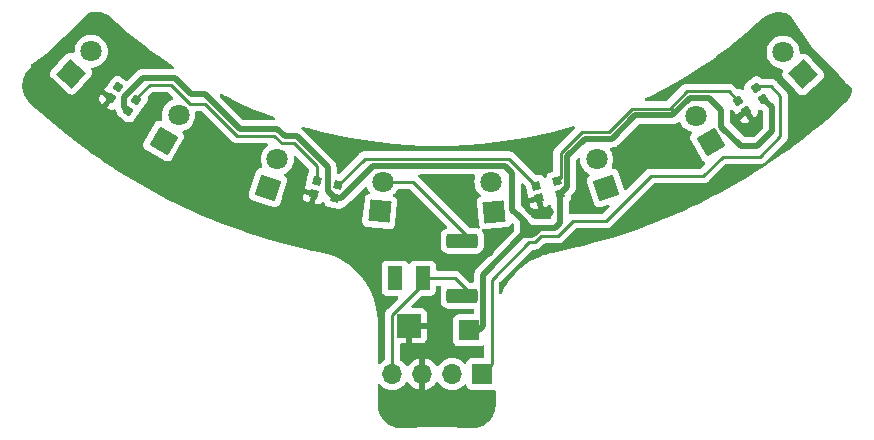
<source format=gbr>
%TF.GenerationSoftware,KiCad,Pcbnew,7.0.9*%
%TF.CreationDate,2024-12-17T14:23:38+09:00*%
%TF.ProjectId,line_front_back_robot2,6c696e65-5f66-4726-9f6e-74066261636b,rev?*%
%TF.SameCoordinates,Original*%
%TF.FileFunction,Copper,L1,Top*%
%TF.FilePolarity,Positive*%
%FSLAX46Y46*%
G04 Gerber Fmt 4.6, Leading zero omitted, Abs format (unit mm)*
G04 Created by KiCad (PCBNEW 7.0.9) date 2024-12-17 14:23:38*
%MOMM*%
%LPD*%
G01*
G04 APERTURE LIST*
G04 Aperture macros list*
%AMRoundRect*
0 Rectangle with rounded corners*
0 $1 Rounding radius*
0 $2 $3 $4 $5 $6 $7 $8 $9 X,Y pos of 4 corners*
0 Add a 4 corners polygon primitive as box body*
4,1,4,$2,$3,$4,$5,$6,$7,$8,$9,$2,$3,0*
0 Add four circle primitives for the rounded corners*
1,1,$1+$1,$2,$3*
1,1,$1+$1,$4,$5*
1,1,$1+$1,$6,$7*
1,1,$1+$1,$8,$9*
0 Add four rect primitives between the rounded corners*
20,1,$1+$1,$2,$3,$4,$5,0*
20,1,$1+$1,$4,$5,$6,$7,0*
20,1,$1+$1,$6,$7,$8,$9,0*
20,1,$1+$1,$8,$9,$2,$3,0*%
%AMRotRect*
0 Rectangle, with rotation*
0 The origin of the aperture is its center*
0 $1 length*
0 $2 width*
0 $3 Rotation angle, in degrees counterclockwise*
0 Add horizontal line*
21,1,$1,$2,0,0,$3*%
G04 Aperture macros list end*
%TA.AperFunction,ComponentPad*%
%ADD10RotRect,1.800000X1.800000X60.000000*%
%TD*%
%TA.AperFunction,ComponentPad*%
%ADD11C,1.800000*%
%TD*%
%TA.AperFunction,SMDPad,CuDef*%
%ADD12RotRect,0.700000X0.700000X12.000000*%
%TD*%
%TA.AperFunction,SMDPad,CuDef*%
%ADD13RotRect,0.700000X0.700000X36.000000*%
%TD*%
%TA.AperFunction,SMDPad,CuDef*%
%ADD14R,1.300000X2.000000*%
%TD*%
%TA.AperFunction,SMDPad,CuDef*%
%ADD15R,2.000000X2.000000*%
%TD*%
%TA.AperFunction,SMDPad,CuDef*%
%ADD16RotRect,0.700000X0.700000X348.000000*%
%TD*%
%TA.AperFunction,ComponentPad*%
%ADD17RotRect,1.800000X1.800000X72.000000*%
%TD*%
%TA.AperFunction,ComponentPad*%
%ADD18R,1.700000X1.700000*%
%TD*%
%TA.AperFunction,ComponentPad*%
%ADD19O,1.700000X1.700000*%
%TD*%
%TA.AperFunction,ComponentPad*%
%ADD20RotRect,1.800000X1.800000X48.000000*%
%TD*%
%TA.AperFunction,ComponentPad*%
%ADD21RotRect,1.800000X1.800000X108.000000*%
%TD*%
%TA.AperFunction,ComponentPad*%
%ADD22RotRect,1.800000X1.800000X84.000000*%
%TD*%
%TA.AperFunction,ComponentPad*%
%ADD23RotRect,1.800000X1.800000X132.000000*%
%TD*%
%TA.AperFunction,ComponentPad*%
%ADD24RotRect,1.800000X1.800000X96.000000*%
%TD*%
%TA.AperFunction,ComponentPad*%
%ADD25RotRect,1.800000X1.800000X120.000000*%
%TD*%
%TA.AperFunction,SMDPad,CuDef*%
%ADD26RotRect,0.700000X0.700000X324.000000*%
%TD*%
%TA.AperFunction,SMDPad,CuDef*%
%ADD27RoundRect,0.250000X1.075000X-0.362500X1.075000X0.362500X-1.075000X0.362500X-1.075000X-0.362500X0*%
%TD*%
%TA.AperFunction,ViaPad*%
%ADD28C,0.800000*%
%TD*%
%TA.AperFunction,Conductor*%
%ADD29C,0.500000*%
%TD*%
%TA.AperFunction,Conductor*%
%ADD30C,0.250000*%
%TD*%
G04 APERTURE END LIST*
D10*
%TO.P,Q2,1,C*%
%TO.N,+3.3V*%
X145824541Y-105733707D03*
D11*
%TO.P,Q2,2,E*%
%TO.N,Net-(Q1-E)*%
X147094541Y-103534002D03*
%TD*%
D12*
%TO.P,D2,1,DOUT*%
%TO.N,Net-(D2-DOUT)*%
X177364398Y-109525450D03*
%TO.P,D2,2,GND*%
%TO.N,GND*%
X177593100Y-110601412D03*
%TO.P,D2,3,VDD*%
%TO.N,+5V*%
X179383110Y-110220934D03*
%TO.P,D2,4,DIN*%
%TO.N,Net-(D2-DIN)*%
X179154408Y-109144972D03*
%TD*%
D13*
%TO.P,D3,1,DOUT*%
%TO.N,Net-(D2-DIN)*%
X194489387Y-102341306D03*
%TO.P,D3,2,GND*%
%TO.N,GND*%
X195135950Y-103231225D03*
%TO.P,D3,3,VDD*%
%TO.N,+5V*%
X196616451Y-102155578D03*
%TO.P,D3,4,DIN*%
%TO.N,/PWM*%
X195969888Y-101265659D03*
%TD*%
D14*
%TO.P,RV2,1,1*%
%TO.N,unconnected-(RV2-Pad1)*%
X165450000Y-117375000D03*
D15*
%TO.P,RV2,2,2*%
%TO.N,GND*%
X166600000Y-121375000D03*
D14*
%TO.P,RV2,3,3*%
%TO.N,/S*%
X167750000Y-117375000D03*
%TD*%
D16*
%TO.P,D5,1,DOUT*%
%TO.N,Net-(D1-DIN)*%
X158797887Y-109123132D03*
%TO.P,D5,2,GND*%
%TO.N,GND*%
X158569185Y-110199094D03*
%TO.P,D5,3,VDD*%
%TO.N,+5V*%
X160359195Y-110579572D03*
%TO.P,D5,4,DIN*%
%TO.N,Net-(D2-DOUT)*%
X160587897Y-109503610D03*
%TD*%
D17*
%TO.P,Q8,1,C*%
%TO.N,+3.3V*%
X154665451Y-109681953D03*
D11*
%TO.P,Q8,2,E*%
%TO.N,Net-(Q1-E)*%
X155450354Y-107266269D03*
%TD*%
D18*
%TO.P,J2,1,Pin_1*%
%TO.N,/PWM*%
X172807507Y-125462255D03*
D19*
%TO.P,J2,2,Pin_2*%
%TO.N,+3.3V*%
X170267507Y-125462255D03*
%TO.P,J2,3,Pin_3*%
%TO.N,GND*%
X167727507Y-125462255D03*
%TO.P,J2,4,Pin_4*%
%TO.N,/S*%
X165187507Y-125462255D03*
%TD*%
D20*
%TO.P,Q7,1,C*%
%TO.N,+3.3V*%
X137997712Y-100033611D03*
D11*
%TO.P,Q7,2,E*%
%TO.N,Net-(Q1-E)*%
X139697304Y-98146023D03*
%TD*%
D21*
%TO.P,Q4,1,C*%
%TO.N,+3.3V*%
X183289690Y-109714413D03*
D11*
%TO.P,Q4,2,E*%
%TO.N,Net-(Q1-E)*%
X182504787Y-107298729D03*
%TD*%
D22*
%TO.P,Q9,1,C*%
%TO.N,+3.3V*%
X164134053Y-111705792D03*
D11*
%TO.P,Q9,2,E*%
%TO.N,Net-(Q1-E)*%
X164399555Y-109179706D03*
%TD*%
D18*
%TO.P,J3,1,Pin_1*%
%TO.N,+5V*%
X171675000Y-121775000D03*
%TD*%
D23*
%TO.P,Q10,1,C*%
%TO.N,+3.3V*%
X199979269Y-100103899D03*
D11*
%TO.P,Q10,2,E*%
%TO.N,Net-(Q1-E)*%
X198279677Y-98216311D03*
%TD*%
D24*
%TO.P,Q3,1,C*%
%TO.N,+3.3V*%
X173816523Y-111716772D03*
D11*
%TO.P,Q3,2,E*%
%TO.N,Net-(Q1-E)*%
X173551021Y-109190686D03*
%TD*%
D25*
%TO.P,Q1,1,C*%
%TO.N,+3.3V*%
X192139532Y-105786229D03*
D11*
%TO.P,Q1,2,E*%
%TO.N,Net-(Q1-E)*%
X190869532Y-103586524D03*
%TD*%
D26*
%TO.P,D1,1,DOUT*%
%TO.N,unconnected-(D1-DOUT-Pad1)*%
X142000174Y-101203915D03*
%TO.P,D1,2,GND*%
%TO.N,GND*%
X141353611Y-102093834D03*
%TO.P,D1,3,VDD*%
%TO.N,+5V*%
X142834112Y-103169481D03*
%TO.P,D1,4,DIN*%
%TO.N,Net-(D1-DIN)*%
X143480675Y-102279562D03*
%TD*%
D27*
%TO.P,R8,1*%
%TO.N,/S*%
X171100000Y-118837500D03*
%TO.P,R8,2*%
%TO.N,Net-(Q1-E)*%
X171100000Y-114212500D03*
%TD*%
D28*
%TO.N,GND*%
X159575000Y-112250000D03*
X180625000Y-111425000D03*
X177375000Y-107950000D03*
X193250000Y-109225000D03*
X178435000Y-111760000D03*
X153289000Y-103505000D03*
X153350000Y-112500000D03*
X171577000Y-111887000D03*
X150575000Y-106125000D03*
X162625000Y-115100000D03*
X191000000Y-100325000D03*
X186055000Y-112522000D03*
X167894000Y-114427000D03*
X178175000Y-105900000D03*
X167350000Y-112150000D03*
X149925000Y-109075000D03*
X170561000Y-110617000D03*
X140100000Y-103350000D03*
X195326000Y-104775000D03*
X184850000Y-106550000D03*
X188214000Y-105537000D03*
X161925000Y-106172000D03*
X173400000Y-115125000D03*
X195175000Y-100000000D03*
X188595000Y-109982000D03*
X169150000Y-122925000D03*
X143650000Y-107850000D03*
X201750000Y-102025000D03*
%TD*%
D29*
%TO.N,GND*%
X158569185Y-110199094D02*
X158569185Y-110255815D01*
%TO.N,+5V*%
X161550804Y-109861804D02*
X160833035Y-110579572D01*
X159722776Y-109959589D02*
X159722776Y-107982604D01*
X159722776Y-107982604D02*
X157083172Y-105343000D01*
X172875000Y-117066000D02*
X176212500Y-113728500D01*
X177673000Y-113075000D02*
X178975000Y-113075000D01*
X175350000Y-108421000D02*
X174752000Y-107823000D01*
X178975000Y-113075000D02*
X179383110Y-112666890D01*
X176866000Y-113075000D02*
X176421500Y-112630500D01*
X176784000Y-113728500D02*
X176784000Y-113456000D01*
X176276000Y-113665000D02*
X176866000Y-113075000D01*
X196088000Y-106172000D02*
X197358000Y-104902000D01*
X193040000Y-104521000D02*
X194691000Y-106172000D01*
X176276000Y-112485000D02*
X175913500Y-112122500D01*
X142494000Y-101981000D02*
X142494000Y-102829369D01*
X163589608Y-107823000D02*
X161550804Y-109861804D01*
X176276000Y-113030000D02*
X176276000Y-112776000D01*
X176276000Y-113030000D02*
X176276000Y-112485000D01*
X194691000Y-106172000D02*
X196088000Y-106172000D01*
X177251000Y-113497000D02*
X177673000Y-113075000D01*
X176276000Y-112776000D02*
X176421500Y-112630500D01*
D30*
X142666794Y-103002163D02*
X142834112Y-103169481D01*
D29*
X172500000Y-121775000D02*
X172875000Y-121400000D01*
X177419000Y-113075000D02*
X177673000Y-113075000D01*
X185738172Y-103575000D02*
X188906000Y-103575000D01*
X148163777Y-101787000D02*
X146766777Y-100390000D01*
D30*
X160656259Y-110579572D02*
X160359195Y-110579572D01*
D29*
X188906000Y-103575000D02*
X190373000Y-102108000D01*
X177019500Y-113728500D02*
X177251000Y-113497000D01*
X175350000Y-111559000D02*
X175350000Y-108421000D01*
X176421500Y-112630500D02*
X175913500Y-112122500D01*
X160342759Y-110579572D02*
X159722776Y-109959589D01*
X175913500Y-112122500D02*
X175350000Y-111559000D01*
X152257173Y-104708000D02*
X149336173Y-101787000D01*
X183776172Y-105537000D02*
X185738172Y-103575000D01*
X156067172Y-105343000D02*
X155432173Y-104708000D01*
X144085000Y-100390000D02*
X142494000Y-101981000D01*
X176276000Y-113665000D02*
X176276000Y-113030000D01*
X160359195Y-110579572D02*
X160342759Y-110579572D01*
X176784000Y-113728500D02*
X177019500Y-113728500D01*
X171750000Y-121850000D02*
X172425000Y-121850000D01*
X179399546Y-110220934D02*
X180019529Y-109600951D01*
X157083172Y-105343000D02*
X156067172Y-105343000D01*
X171675000Y-121775000D02*
X171750000Y-121850000D01*
X149336173Y-101787000D02*
X148163777Y-101787000D01*
X197358000Y-102897127D02*
X196616451Y-102155578D01*
X176866000Y-113075000D02*
X177165000Y-113075000D01*
X161043876Y-110368731D02*
X161550804Y-109861804D01*
X142494000Y-102829369D02*
X142834112Y-103169481D01*
X176784000Y-113456000D02*
X177165000Y-113075000D01*
X179383110Y-112666890D02*
X179383110Y-110220934D01*
X197358000Y-104902000D02*
X197358000Y-102897127D01*
X146766777Y-100390000D02*
X144085000Y-100390000D01*
X176784000Y-113728500D02*
X176212500Y-113728500D01*
X172875000Y-121400000D02*
X172875000Y-117066000D01*
X174752000Y-107823000D02*
X163589608Y-107823000D01*
X180019529Y-109600951D02*
X180019529Y-107000471D01*
X171675000Y-121775000D02*
X172500000Y-121775000D01*
X155432173Y-104708000D02*
X152257173Y-104708000D01*
X176212500Y-113728500D02*
X176276000Y-113665000D01*
X181483000Y-105537000D02*
X183776172Y-105537000D01*
X179383110Y-110220934D02*
X179399546Y-110220934D01*
X177165000Y-113075000D02*
X177419000Y-113075000D01*
X193040000Y-103115000D02*
X193040000Y-104521000D01*
X190373000Y-102108000D02*
X192033000Y-102108000D01*
X160833035Y-110579572D02*
X160359195Y-110579572D01*
X192033000Y-102108000D02*
X193040000Y-103115000D01*
X180019529Y-107000471D02*
X181483000Y-105537000D01*
D30*
%TO.N,/PWM*%
X195969888Y-101265659D02*
X196135547Y-101100000D01*
X180467000Y-112522000D02*
X179197000Y-113792000D01*
X187071000Y-108712000D02*
X183261000Y-112522000D01*
X177258086Y-114303086D02*
X176780914Y-114303086D01*
X177769172Y-113792000D02*
X177258086Y-114303086D01*
X198050000Y-101911000D02*
X198050000Y-105353000D01*
X196342000Y-107061000D02*
X193167000Y-107061000D01*
X191516000Y-108712000D02*
X187071000Y-108712000D01*
X173609000Y-124660762D02*
X172807507Y-125462255D01*
X197239000Y-101100000D02*
X198050000Y-101911000D01*
X176780914Y-114303086D02*
X173609000Y-117475000D01*
X173609000Y-117475000D02*
X173609000Y-124660762D01*
X196135547Y-101100000D02*
X197239000Y-101100000D01*
X193167000Y-107061000D02*
X191516000Y-108712000D01*
X183261000Y-112522000D02*
X180467000Y-112522000D01*
X179197000Y-113792000D02*
X177769172Y-113792000D01*
X198050000Y-105353000D02*
X196342000Y-107061000D01*
%TO.N,/S*%
X172000000Y-118887500D02*
X170462500Y-117350000D01*
X168275000Y-117350000D02*
X165187507Y-120437493D01*
X170462500Y-117350000D02*
X168275000Y-117350000D01*
X165187507Y-120437493D02*
X165187507Y-125462255D01*
%TO.N,Net-(Q1-E)*%
X172000000Y-114262500D02*
X166917206Y-109179706D01*
X166917206Y-109179706D02*
X164399555Y-109179706D01*
%TO.N,Net-(D1-DIN)*%
X143480675Y-102279562D02*
X143480675Y-102137325D01*
X158797887Y-107870887D02*
X158797887Y-109123132D01*
X143480675Y-102137325D02*
X144653000Y-100965000D01*
X155829000Y-105918000D02*
X156845000Y-105918000D01*
X156845000Y-105918000D02*
X158797887Y-107870887D01*
X155194000Y-105283000D02*
X155829000Y-105918000D01*
X152019000Y-105283000D02*
X155194000Y-105283000D01*
X144653000Y-100965000D02*
X146431000Y-100965000D01*
X148082000Y-102616000D02*
X149352000Y-102616000D01*
X146431000Y-100965000D02*
X148082000Y-102616000D01*
X149352000Y-102616000D02*
X152019000Y-105283000D01*
%TO.N,Net-(D2-DOUT)*%
X162843507Y-107248000D02*
X175086948Y-107248000D01*
X175086948Y-107248000D02*
X177364398Y-109525450D01*
X160587897Y-109503610D02*
X162843507Y-107248000D01*
%TO.N,Net-(D2-DIN)*%
X179444529Y-108854851D02*
X179154408Y-109144972D01*
X194489387Y-102341306D02*
X193681081Y-101533000D01*
X179444529Y-106762299D02*
X179444529Y-108854851D01*
X181244828Y-104962000D02*
X179444529Y-106762299D01*
X190134827Y-101533000D02*
X188667828Y-103000000D01*
X183538000Y-104962000D02*
X181244828Y-104962000D01*
X193681081Y-101533000D02*
X190134827Y-101533000D01*
X188667828Y-103000000D02*
X185500000Y-103000000D01*
X185500000Y-103000000D02*
X183538000Y-104962000D01*
%TD*%
%TA.AperFunction,Conductor*%
%TO.N,GND*%
G36*
X167977507Y-126792888D02*
G01*
X168190990Y-126735688D01*
X168190999Y-126735684D01*
X168405085Y-126635855D01*
X168598589Y-126500360D01*
X168765612Y-126333337D01*
X168895626Y-126147660D01*
X168950203Y-126104036D01*
X169019702Y-126096843D01*
X169082056Y-126128365D01*
X169098776Y-126147660D01*
X169229012Y-126333656D01*
X169396106Y-126500750D01*
X169492891Y-126568520D01*
X169589672Y-126636287D01*
X169589674Y-126636288D01*
X169589677Y-126636290D01*
X169803844Y-126736158D01*
X170032099Y-126797318D01*
X170208541Y-126812755D01*
X170267506Y-126817914D01*
X170267507Y-126817914D01*
X170267508Y-126817914D01*
X170326473Y-126812755D01*
X170502915Y-126797318D01*
X170731170Y-126736158D01*
X170945337Y-126636290D01*
X171138908Y-126500750D01*
X171260836Y-126378821D01*
X171322155Y-126345339D01*
X171391847Y-126350323D01*
X171447781Y-126392194D01*
X171464696Y-126423172D01*
X171513709Y-126554583D01*
X171513713Y-126554590D01*
X171599959Y-126669799D01*
X171599962Y-126669802D01*
X171715171Y-126756048D01*
X171715178Y-126756052D01*
X171850024Y-126806346D01*
X171850023Y-126806346D01*
X171856951Y-126807090D01*
X171909634Y-126812755D01*
X173705379Y-126812754D01*
X173755533Y-126807362D01*
X173764991Y-126806346D01*
X173778055Y-126801473D01*
X173847746Y-126796486D01*
X173909071Y-126829969D01*
X173942557Y-126891291D01*
X173945392Y-126917653D01*
X173945392Y-128040435D01*
X173945270Y-128044308D01*
X173941780Y-128099784D01*
X173939456Y-128136725D01*
X173928587Y-128296043D01*
X173927632Y-128303448D01*
X173905509Y-128419414D01*
X173877841Y-128553013D01*
X173876093Y-128559604D01*
X173838018Y-128676779D01*
X173793980Y-128801125D01*
X173791634Y-128806832D01*
X173738205Y-128920358D01*
X173678443Y-129036133D01*
X173675695Y-129040920D01*
X173608563Y-129146692D01*
X173606939Y-129149123D01*
X173533189Y-129254045D01*
X173530234Y-129257916D01*
X173450086Y-129354785D01*
X173447731Y-129357470D01*
X173360683Y-129451131D01*
X173357706Y-129454123D01*
X173265948Y-129540276D01*
X173262774Y-129543059D01*
X173163809Y-129624045D01*
X173160981Y-129626227D01*
X173059259Y-129700117D01*
X173055209Y-129702822D01*
X172945861Y-129769815D01*
X172943334Y-129771282D01*
X172833536Y-129831628D01*
X172828585Y-129834069D01*
X172709281Y-129886423D01*
X172592615Y-129932597D01*
X172586773Y-129934580D01*
X172459889Y-129970705D01*
X172340570Y-130001322D01*
X172333883Y-130002652D01*
X172198753Y-130021864D01*
X172081669Y-130036635D01*
X172074216Y-130037122D01*
X171913113Y-130037939D01*
X171822116Y-130037924D01*
X171818222Y-130037801D01*
X171246245Y-130001720D01*
X170097258Y-129958666D01*
X168947546Y-129944978D01*
X167797860Y-129960666D01*
X166648949Y-130005719D01*
X166077228Y-130042783D01*
X166073329Y-130042913D01*
X165979335Y-130043085D01*
X165843741Y-130042627D01*
X165820924Y-130042550D01*
X165813467Y-130042075D01*
X165725231Y-130031080D01*
X165694818Y-130027290D01*
X165651267Y-130021166D01*
X165560947Y-130008465D01*
X165554255Y-130007145D01*
X165551848Y-130006531D01*
X165531431Y-130001322D01*
X165433846Y-129976426D01*
X165307719Y-129940704D01*
X165301868Y-129938727D01*
X165184338Y-129892384D01*
X165124612Y-129866262D01*
X165065520Y-129840418D01*
X165060561Y-129837980D01*
X164950042Y-129777401D01*
X164947510Y-129775935D01*
X164838524Y-129709327D01*
X164834467Y-129706623D01*
X164732078Y-129632405D01*
X164729257Y-129630234D01*
X164630604Y-129549658D01*
X164627428Y-129546877D01*
X164535065Y-129460310D01*
X164532082Y-129457316D01*
X164445300Y-129364090D01*
X164442941Y-129361404D01*
X164384077Y-129290368D01*
X164362246Y-129264022D01*
X164359298Y-129260165D01*
X164285762Y-129155693D01*
X164284161Y-129153299D01*
X164216533Y-129046890D01*
X164213795Y-129042124D01*
X164154246Y-128926907D01*
X164139647Y-128895924D01*
X164100393Y-128812616D01*
X164098058Y-128806943D01*
X164054227Y-128683322D01*
X164038027Y-128633528D01*
X164015795Y-128565189D01*
X164014049Y-128558612D01*
X163986597Y-128426212D01*
X163964170Y-128308784D01*
X163963213Y-128301382D01*
X163952499Y-128144424D01*
X163946515Y-128049405D01*
X163946392Y-128045507D01*
X163946392Y-126430398D01*
X163966077Y-126363359D01*
X164018881Y-126317604D01*
X164088039Y-126307660D01*
X164151595Y-126336685D01*
X164158073Y-126342717D01*
X164316106Y-126500750D01*
X164412891Y-126568520D01*
X164509672Y-126636287D01*
X164509674Y-126636288D01*
X164509677Y-126636290D01*
X164723844Y-126736158D01*
X164952099Y-126797318D01*
X165128541Y-126812755D01*
X165187506Y-126817914D01*
X165187507Y-126817914D01*
X165187508Y-126817914D01*
X165246473Y-126812755D01*
X165422915Y-126797318D01*
X165651170Y-126736158D01*
X165865337Y-126636290D01*
X166058908Y-126500750D01*
X166226002Y-126333656D01*
X166356237Y-126147660D01*
X166410814Y-126104036D01*
X166480312Y-126096842D01*
X166542667Y-126128365D01*
X166559386Y-126147660D01*
X166689397Y-126333333D01*
X166856424Y-126500360D01*
X167049928Y-126635855D01*
X167264014Y-126735684D01*
X167264023Y-126735688D01*
X167477507Y-126792889D01*
X167477507Y-125897756D01*
X167585192Y-125946935D01*
X167691744Y-125962255D01*
X167763270Y-125962255D01*
X167869822Y-125946935D01*
X167977507Y-125897756D01*
X167977507Y-126792888D01*
G37*
%TD.AperFunction*%
%TA.AperFunction,Conductor*%
G36*
X169296597Y-117995185D02*
G01*
X169342352Y-118047989D01*
X169352296Y-118117147D01*
X169341941Y-118151903D01*
X169340186Y-118155665D01*
X169340186Y-118155666D01*
X169285001Y-118322203D01*
X169285001Y-118322204D01*
X169285000Y-118322204D01*
X169274500Y-118424983D01*
X169274500Y-119250001D01*
X169274501Y-119250019D01*
X169285000Y-119352796D01*
X169285001Y-119352799D01*
X169323175Y-119467998D01*
X169340186Y-119519334D01*
X169432288Y-119668656D01*
X169556344Y-119792712D01*
X169705666Y-119884814D01*
X169872203Y-119939999D01*
X169974991Y-119950500D01*
X172000500Y-119950499D01*
X172067539Y-119970184D01*
X172113294Y-120022987D01*
X172124500Y-120074499D01*
X172124500Y-120300500D01*
X172104815Y-120367539D01*
X172052011Y-120413294D01*
X172000500Y-120424500D01*
X170777129Y-120424500D01*
X170777123Y-120424501D01*
X170717516Y-120430908D01*
X170582671Y-120481202D01*
X170582664Y-120481206D01*
X170467455Y-120567452D01*
X170467452Y-120567455D01*
X170381206Y-120682664D01*
X170381202Y-120682671D01*
X170330908Y-120817517D01*
X170324501Y-120877116D01*
X170324500Y-120877135D01*
X170324500Y-122672870D01*
X170324501Y-122672876D01*
X170330908Y-122732483D01*
X170381202Y-122867328D01*
X170381206Y-122867335D01*
X170467452Y-122982544D01*
X170467455Y-122982547D01*
X170582664Y-123068793D01*
X170582671Y-123068797D01*
X170717517Y-123119091D01*
X170717516Y-123119091D01*
X170724444Y-123119835D01*
X170777127Y-123125500D01*
X172572872Y-123125499D01*
X172632483Y-123119091D01*
X172767331Y-123068796D01*
X172785188Y-123055427D01*
X172850652Y-123031010D01*
X172918925Y-123045861D01*
X172968331Y-123095265D01*
X172983500Y-123154694D01*
X172983500Y-123987755D01*
X172963815Y-124054794D01*
X172911011Y-124100549D01*
X172859500Y-124111755D01*
X171909636Y-124111755D01*
X171909630Y-124111756D01*
X171850023Y-124118163D01*
X171715178Y-124168457D01*
X171715171Y-124168461D01*
X171599962Y-124254707D01*
X171599959Y-124254710D01*
X171513713Y-124369919D01*
X171513710Y-124369924D01*
X171464696Y-124501338D01*
X171422824Y-124557271D01*
X171357360Y-124581688D01*
X171289087Y-124566836D01*
X171260833Y-124545685D01*
X171138909Y-124423761D01*
X171138902Y-124423756D01*
X170945341Y-124288222D01*
X170945337Y-124288220D01*
X170893007Y-124263818D01*
X170731170Y-124188352D01*
X170731166Y-124188351D01*
X170731162Y-124188349D01*
X170502920Y-124127193D01*
X170502910Y-124127191D01*
X170267508Y-124106596D01*
X170267506Y-124106596D01*
X170032103Y-124127191D01*
X170032093Y-124127193D01*
X169803851Y-124188349D01*
X169803842Y-124188353D01*
X169589678Y-124288219D01*
X169589676Y-124288220D01*
X169396104Y-124423760D01*
X169229015Y-124590849D01*
X169098776Y-124776850D01*
X169044199Y-124820474D01*
X168974700Y-124827667D01*
X168912346Y-124796145D01*
X168895626Y-124776849D01*
X168765620Y-124591181D01*
X168765615Y-124591175D01*
X168598589Y-124424149D01*
X168405085Y-124288654D01*
X168190999Y-124188825D01*
X168190993Y-124188822D01*
X167977507Y-124131619D01*
X167977507Y-125026753D01*
X167869822Y-124977575D01*
X167763270Y-124962255D01*
X167691744Y-124962255D01*
X167585192Y-124977575D01*
X167477507Y-125026753D01*
X167477507Y-124131619D01*
X167477506Y-124131619D01*
X167264020Y-124188822D01*
X167264014Y-124188825D01*
X167049929Y-124288654D01*
X167049927Y-124288655D01*
X166856433Y-124424141D01*
X166856427Y-124424146D01*
X166689398Y-124591175D01*
X166689397Y-124591177D01*
X166559387Y-124776850D01*
X166504810Y-124820474D01*
X166435311Y-124827667D01*
X166372957Y-124796145D01*
X166356237Y-124776849D01*
X166226001Y-124590852D01*
X166058909Y-124423761D01*
X166058908Y-124423760D01*
X165925600Y-124330416D01*
X165865883Y-124288602D01*
X165822258Y-124234025D01*
X165813007Y-124187027D01*
X165813007Y-122999000D01*
X165832692Y-122931961D01*
X165885496Y-122886206D01*
X165937007Y-122875000D01*
X166350000Y-122875000D01*
X166350000Y-121625000D01*
X166850000Y-121625000D01*
X166850000Y-122875000D01*
X167647828Y-122875000D01*
X167647844Y-122874999D01*
X167707372Y-122868598D01*
X167707379Y-122868596D01*
X167842086Y-122818354D01*
X167842093Y-122818350D01*
X167957187Y-122732190D01*
X167957190Y-122732187D01*
X168043350Y-122617093D01*
X168043354Y-122617086D01*
X168093596Y-122482379D01*
X168093598Y-122482372D01*
X168099999Y-122422844D01*
X168100000Y-122422827D01*
X168100000Y-121625000D01*
X166850000Y-121625000D01*
X166350000Y-121625000D01*
X166350000Y-121249000D01*
X166369685Y-121181961D01*
X166422489Y-121136206D01*
X166474000Y-121125000D01*
X168100000Y-121125000D01*
X168100000Y-120327172D01*
X168099999Y-120327155D01*
X168093598Y-120267627D01*
X168093596Y-120267620D01*
X168043354Y-120132913D01*
X168043350Y-120132906D01*
X167957190Y-120017812D01*
X167957187Y-120017809D01*
X167842093Y-119931649D01*
X167842086Y-119931645D01*
X167707379Y-119881403D01*
X167707372Y-119881401D01*
X167647844Y-119875000D01*
X166933952Y-119875000D01*
X166866913Y-119855315D01*
X166821158Y-119802511D01*
X166811214Y-119733353D01*
X166840239Y-119669797D01*
X166846271Y-119663319D01*
X167597772Y-118911818D01*
X167659095Y-118878333D01*
X167685453Y-118875499D01*
X168447871Y-118875499D01*
X168447872Y-118875499D01*
X168507483Y-118869091D01*
X168642331Y-118818796D01*
X168757546Y-118732546D01*
X168843796Y-118617331D01*
X168894091Y-118482483D01*
X168900500Y-118422873D01*
X168900500Y-118099500D01*
X168920185Y-118032461D01*
X168972989Y-117986706D01*
X169024500Y-117975500D01*
X169229558Y-117975500D01*
X169296597Y-117995185D01*
G37*
%TD.AperFunction*%
%TA.AperFunction,Conductor*%
G36*
X140138150Y-94794938D02*
G01*
X140265650Y-94800738D01*
X140270266Y-94801124D01*
X140401096Y-94817030D01*
X140404234Y-94817495D01*
X140529559Y-94839432D01*
X140534770Y-94840580D01*
X140664238Y-94875081D01*
X140785918Y-94912869D01*
X140791639Y-94914960D01*
X140898703Y-94960210D01*
X140916686Y-94967811D01*
X140928904Y-94973398D01*
X141030259Y-95019750D01*
X141036298Y-95022926D01*
X141157211Y-95095294D01*
X141258246Y-95158181D01*
X141264388Y-95162545D01*
X141310967Y-95200117D01*
X141396092Y-95268781D01*
X141464771Y-95324841D01*
X141467755Y-95327439D01*
X141918948Y-95746478D01*
X142850045Y-96559747D01*
X143805527Y-97344222D01*
X144389009Y-97794182D01*
X144409043Y-97810073D01*
X144410520Y-97810770D01*
X144784504Y-98099173D01*
X145284171Y-98460730D01*
X145407492Y-98549964D01*
X145413309Y-98554289D01*
X145413708Y-98554462D01*
X145786064Y-98823897D01*
X146654654Y-99412871D01*
X146699091Y-99466786D01*
X146707326Y-99536169D01*
X146676743Y-99598989D01*
X146617051Y-99635302D01*
X146585061Y-99639500D01*
X144148705Y-99639500D01*
X144130735Y-99638191D01*
X144106972Y-99634710D01*
X144061533Y-99638686D01*
X144054931Y-99639264D01*
X144049530Y-99639500D01*
X144041289Y-99639500D01*
X144019579Y-99642037D01*
X144008724Y-99643306D01*
X143993419Y-99644645D01*
X143932199Y-99650001D01*
X143925132Y-99651460D01*
X143925120Y-99651404D01*
X143917763Y-99653035D01*
X143917777Y-99653092D01*
X143910743Y-99654759D01*
X143838575Y-99681025D01*
X143765675Y-99705181D01*
X143759126Y-99708236D01*
X143759101Y-99708183D01*
X143752308Y-99711471D01*
X143752334Y-99711523D01*
X143745880Y-99714764D01*
X143681708Y-99756971D01*
X143616347Y-99797285D01*
X143610683Y-99801765D01*
X143610647Y-99801719D01*
X143604798Y-99806484D01*
X143604835Y-99806528D01*
X143599310Y-99811164D01*
X143546598Y-99867034D01*
X142805316Y-100608315D01*
X142743993Y-100641800D01*
X142674301Y-100636816D01*
X142644750Y-100620952D01*
X142178201Y-100281984D01*
X142178195Y-100281980D01*
X142126210Y-100252130D01*
X142126204Y-100252128D01*
X141987550Y-100213557D01*
X141987546Y-100213556D01*
X141843646Y-100215612D01*
X141843641Y-100215613D01*
X141706145Y-100258127D01*
X141706137Y-100258131D01*
X141586195Y-100337655D01*
X141586194Y-100337656D01*
X141545966Y-100382121D01*
X141078243Y-101025887D01*
X141078239Y-101025893D01*
X141048389Y-101077878D01*
X141048387Y-101077884D01*
X141034114Y-101129192D01*
X140997182Y-101188504D01*
X140983173Y-101199306D01*
X140939965Y-101227954D01*
X140939963Y-101227956D01*
X140899787Y-101272362D01*
X140899782Y-101272368D01*
X140812892Y-101391961D01*
X140812892Y-101391963D01*
X141172218Y-101653027D01*
X141177373Y-101657212D01*
X141178377Y-101658120D01*
X141178381Y-101658123D01*
X141178387Y-101658128D01*
X141602199Y-101966044D01*
X141644865Y-102021374D01*
X141650844Y-102090987D01*
X141629632Y-102139247D01*
X141413634Y-102436546D01*
X141056247Y-102928443D01*
X141056247Y-102928445D01*
X141175834Y-103015330D01*
X141175854Y-103015343D01*
X141227779Y-103045157D01*
X141366296Y-103083690D01*
X141366304Y-103083691D01*
X141510059Y-103081637D01*
X141510064Y-103081636D01*
X141645119Y-103039878D01*
X141714982Y-103038880D01*
X141774293Y-103075812D01*
X141799454Y-103119338D01*
X141809182Y-103148694D01*
X141812236Y-103155243D01*
X141812182Y-103155268D01*
X141815469Y-103162058D01*
X141815521Y-103162033D01*
X141818758Y-103168479D01*
X141824240Y-103176813D01*
X141844626Y-103243181D01*
X141845809Y-103326008D01*
X141845810Y-103326013D01*
X141886827Y-103458669D01*
X141888325Y-103463512D01*
X141888327Y-103463515D01*
X141888328Y-103463517D01*
X141967852Y-103583459D01*
X141967853Y-103583460D01*
X141967855Y-103583462D01*
X141967856Y-103583463D01*
X142012315Y-103623686D01*
X142096771Y-103685047D01*
X142656084Y-104091411D01*
X142656090Y-104091415D01*
X142708075Y-104121265D01*
X142708076Y-104121265D01*
X142708079Y-104121267D01*
X142846736Y-104159839D01*
X142846738Y-104159838D01*
X142846739Y-104159839D01*
X142900701Y-104159068D01*
X142990644Y-104157783D01*
X143128143Y-104115268D01*
X143215928Y-104057064D01*
X143248090Y-104035740D01*
X143248091Y-104035739D01*
X143248091Y-104035738D01*
X143248094Y-104035737D01*
X143288317Y-103991278D01*
X143756043Y-103347507D01*
X143785898Y-103295514D01*
X143799966Y-103244939D01*
X143836896Y-103185628D01*
X143850900Y-103174829D01*
X143894657Y-103145818D01*
X143934880Y-103101359D01*
X144402606Y-102457588D01*
X144432461Y-102405595D01*
X144471033Y-102266938D01*
X144470923Y-102259270D01*
X144468977Y-102123032D01*
X144467590Y-102114272D01*
X144469773Y-102113926D01*
X144468947Y-102056313D01*
X144500728Y-102001860D01*
X144875773Y-101626816D01*
X144937095Y-101593334D01*
X144963453Y-101590500D01*
X146120548Y-101590500D01*
X146187587Y-101610185D01*
X146208229Y-101626819D01*
X146611742Y-102030332D01*
X146645227Y-102091655D01*
X146640243Y-102161347D01*
X146598371Y-102217280D01*
X146564327Y-102235293D01*
X146530046Y-102247062D01*
X146530036Y-102247066D01*
X146325912Y-102357533D01*
X146325906Y-102357537D01*
X146142763Y-102500083D01*
X146142760Y-102500086D01*
X146142757Y-102500088D01*
X146142757Y-102500089D01*
X146108674Y-102537113D01*
X145985557Y-102670854D01*
X145858616Y-102865153D01*
X145765383Y-103077701D01*
X145708407Y-103302693D01*
X145708405Y-103302704D01*
X145689241Y-103533995D01*
X145689241Y-103534008D01*
X145708405Y-103765299D01*
X145708407Y-103765311D01*
X145732455Y-103860272D01*
X145729830Y-103930092D01*
X145689873Y-103987410D01*
X145625272Y-104014026D01*
X145591686Y-104012995D01*
X145507152Y-103998780D01*
X145507150Y-103998779D01*
X145364244Y-104015867D01*
X145364241Y-104015868D01*
X145231947Y-104072519D01*
X145120962Y-104164156D01*
X145120962Y-104164157D01*
X145085614Y-104212566D01*
X145085604Y-104212581D01*
X144137734Y-105854343D01*
X144113481Y-105909166D01*
X144113480Y-105909169D01*
X144089614Y-106051095D01*
X144089613Y-106051097D01*
X144106701Y-106194003D01*
X144106702Y-106194006D01*
X144163353Y-106326300D01*
X144163354Y-106326301D01*
X144163355Y-106326303D01*
X144182874Y-106349943D01*
X144254990Y-106437285D01*
X144303400Y-106472633D01*
X144303415Y-106472643D01*
X145287823Y-107040990D01*
X145945173Y-107420511D01*
X145945175Y-107420512D01*
X145945177Y-107420513D01*
X145961206Y-107427604D01*
X146000001Y-107444767D01*
X146141931Y-107468634D01*
X146284835Y-107451547D01*
X146294485Y-107447415D01*
X146328681Y-107432771D01*
X146417137Y-107394893D01*
X146528118Y-107303258D01*
X146563473Y-107254839D01*
X147511345Y-105613075D01*
X147535601Y-105558247D01*
X147559468Y-105416317D01*
X147542381Y-105273413D01*
X147542380Y-105273410D01*
X147542379Y-105273407D01*
X147485728Y-105141112D01*
X147485726Y-105141110D01*
X147432044Y-105076093D01*
X147404540Y-105011865D01*
X147416127Y-104942963D01*
X147463125Y-104891263D01*
X147487392Y-104879866D01*
X147659044Y-104820938D01*
X147863167Y-104710472D01*
X147874993Y-104701268D01*
X147991988Y-104610207D01*
X148046325Y-104567915D01*
X148203520Y-104397155D01*
X148330465Y-104202851D01*
X148423698Y-103990302D01*
X148480675Y-103765307D01*
X148481226Y-103758663D01*
X148499841Y-103534008D01*
X148499841Y-103534006D01*
X148499098Y-103525042D01*
X148486727Y-103375738D01*
X148500809Y-103307303D01*
X148549654Y-103257344D01*
X148610304Y-103241500D01*
X149041548Y-103241500D01*
X149108587Y-103261185D01*
X149129229Y-103277819D01*
X151518194Y-105666784D01*
X151528019Y-105679048D01*
X151528240Y-105678866D01*
X151533210Y-105684873D01*
X151533213Y-105684876D01*
X151533214Y-105684877D01*
X151583651Y-105732241D01*
X151604530Y-105753120D01*
X151610004Y-105757366D01*
X151614442Y-105761156D01*
X151648418Y-105793062D01*
X151648422Y-105793064D01*
X151665973Y-105802713D01*
X151682231Y-105813392D01*
X151698064Y-105825674D01*
X151720015Y-105835172D01*
X151740837Y-105844183D01*
X151746081Y-105846752D01*
X151786908Y-105869197D01*
X151806312Y-105874179D01*
X151824710Y-105880478D01*
X151843105Y-105888438D01*
X151889129Y-105895726D01*
X151894832Y-105896907D01*
X151939981Y-105908500D01*
X151960016Y-105908500D01*
X151979413Y-105910026D01*
X151999196Y-105913160D01*
X152045584Y-105908775D01*
X152051422Y-105908500D01*
X154553461Y-105908500D01*
X154620500Y-105928185D01*
X154666255Y-105980989D01*
X154676199Y-106050147D01*
X154647174Y-106113703D01*
X154629624Y-106130352D01*
X154597686Y-106155211D01*
X154498571Y-106232355D01*
X154341370Y-106403121D01*
X154214429Y-106597420D01*
X154121196Y-106809968D01*
X154064220Y-107034960D01*
X154064218Y-107034971D01*
X154045054Y-107266262D01*
X154045054Y-107266275D01*
X154064218Y-107497566D01*
X154064220Y-107497577D01*
X154121196Y-107722569D01*
X154187441Y-107873591D01*
X154196344Y-107942891D01*
X154166367Y-108006003D01*
X154107027Y-108042890D01*
X154079196Y-108047287D01*
X154008400Y-108050321D01*
X153994285Y-108050927D01*
X153994283Y-108050927D01*
X153994278Y-108050928D01*
X153858061Y-108097350D01*
X153858055Y-108097353D01*
X153740426Y-108180274D01*
X153650921Y-108292982D01*
X153626403Y-108347697D01*
X153626402Y-108347699D01*
X153040590Y-110150649D01*
X153040589Y-110150655D01*
X153028262Y-110209325D01*
X153028262Y-110209330D01*
X153028917Y-110224601D01*
X153033163Y-110323686D01*
X153034425Y-110353116D01*
X153034426Y-110353125D01*
X153080848Y-110489342D01*
X153080851Y-110489348D01*
X153163772Y-110606977D01*
X153163773Y-110606978D01*
X153163774Y-110606979D01*
X153276480Y-110696483D01*
X153331192Y-110720999D01*
X153331194Y-110720999D01*
X153331195Y-110721000D01*
X153331197Y-110721001D01*
X154876590Y-111223128D01*
X155134153Y-111306815D01*
X155192826Y-111319142D01*
X155336617Y-111312979D01*
X155377592Y-111299015D01*
X155472840Y-111266555D01*
X155472841Y-111266554D01*
X155472845Y-111266553D01*
X155590477Y-111183630D01*
X155679981Y-111070924D01*
X155704497Y-111016212D01*
X155735602Y-110920482D01*
X155835412Y-110613297D01*
X155881622Y-110471077D01*
X157648927Y-110471077D01*
X157670066Y-110613297D01*
X157730414Y-110743792D01*
X157730418Y-110743798D01*
X157825086Y-110852007D01*
X157946410Y-110929163D01*
X158003328Y-110947806D01*
X158003331Y-110947807D01*
X158147922Y-110978541D01*
X158272670Y-110391652D01*
X157685780Y-110266904D01*
X157685780Y-110266905D01*
X157655047Y-110411494D01*
X157655045Y-110411509D01*
X157648927Y-110471077D01*
X155881622Y-110471077D01*
X156290313Y-109213251D01*
X156302640Y-109154578D01*
X156296477Y-109010787D01*
X156284760Y-108976405D01*
X156250053Y-108874563D01*
X156250050Y-108874557D01*
X156167129Y-108756928D01*
X156167128Y-108756927D01*
X156099905Y-108703542D01*
X156059649Y-108646437D01*
X156056657Y-108576632D01*
X156091879Y-108516290D01*
X156118000Y-108497386D01*
X156218980Y-108442739D01*
X156402138Y-108300182D01*
X156559333Y-108129422D01*
X156686278Y-107935118D01*
X156779511Y-107722569D01*
X156836488Y-107497574D01*
X156836543Y-107496912D01*
X156855654Y-107266275D01*
X156855654Y-107266263D01*
X156842658Y-107109426D01*
X156856739Y-107040990D01*
X156905584Y-106991031D01*
X156973685Y-106975410D01*
X157039421Y-106999087D01*
X157053915Y-107011505D01*
X158136068Y-108093658D01*
X158169553Y-108154981D01*
X158172387Y-108181339D01*
X158172387Y-108300401D01*
X158152702Y-108367440D01*
X158146217Y-108376147D01*
X158144590Y-108378704D01*
X158144590Y-108378705D01*
X158083229Y-108475193D01*
X158067356Y-108500152D01*
X158048693Y-108557131D01*
X157883251Y-109335477D01*
X157877124Y-109395120D01*
X157884954Y-109447802D01*
X157875338Y-109517007D01*
X157866935Y-109532571D01*
X157839114Y-109576318D01*
X157820474Y-109633229D01*
X157820473Y-109633233D01*
X157789737Y-109777831D01*
X158224177Y-109870175D01*
X158230588Y-109871901D01*
X158231880Y-109872324D01*
X158744306Y-109981243D01*
X158805788Y-110014435D01*
X158839564Y-110075598D01*
X158839815Y-110128314D01*
X158766958Y-110471081D01*
X158636995Y-111082496D01*
X158781593Y-111113233D01*
X158841168Y-111119351D01*
X158983388Y-111098212D01*
X159113883Y-111037864D01*
X159113889Y-111037860D01*
X159222098Y-110943192D01*
X159230080Y-110930641D01*
X159282665Y-110884634D01*
X159351775Y-110874360D01*
X159415469Y-110903081D01*
X159453524Y-110961678D01*
X159457367Y-110978950D01*
X159459591Y-110993916D01*
X159520004Y-111124551D01*
X159611954Y-111229653D01*
X159614768Y-111232869D01*
X159736213Y-111310102D01*
X159793188Y-111328764D01*
X160571544Y-111494208D01*
X160606677Y-111497816D01*
X160631181Y-111500334D01*
X160631182Y-111500333D01*
X160631185Y-111500334D01*
X160773543Y-111479174D01*
X160904172Y-111418764D01*
X161012492Y-111323999D01*
X161012493Y-111323996D01*
X161016728Y-111320292D01*
X161055968Y-111297094D01*
X161079458Y-111288546D01*
X161152369Y-111264386D01*
X161152378Y-111264380D01*
X161158917Y-111261332D01*
X161158943Y-111261388D01*
X161165723Y-111258105D01*
X161165696Y-111258051D01*
X161172148Y-111254810D01*
X161172152Y-111254809D01*
X161236326Y-111212600D01*
X161301690Y-111172284D01*
X161301692Y-111172281D01*
X161307353Y-111167806D01*
X161307391Y-111167854D01*
X161313235Y-111163093D01*
X161313196Y-111163047D01*
X161318731Y-111158402D01*
X161371436Y-111102538D01*
X161693192Y-110780781D01*
X162009249Y-110464724D01*
X162009255Y-110464720D01*
X162019458Y-110454516D01*
X162019460Y-110454516D01*
X162871199Y-109602775D01*
X162932520Y-109569292D01*
X163002211Y-109574276D01*
X163058145Y-109616147D01*
X163072434Y-109640648D01*
X163163630Y-109848554D01*
X163289883Y-110041799D01*
X163310070Y-110108688D01*
X163290890Y-110175874D01*
X163238432Y-110222024D01*
X163217026Y-110229695D01*
X163138444Y-110249951D01*
X163014844Y-110323685D01*
X162917024Y-110429254D01*
X162852910Y-110558105D01*
X162852907Y-110558113D01*
X162840305Y-110616713D01*
X162642145Y-112502080D01*
X162642288Y-112562035D01*
X162678211Y-112701399D01*
X162678212Y-112701400D01*
X162751946Y-112825000D01*
X162794530Y-112864458D01*
X162857515Y-112922820D01*
X162986367Y-112986935D01*
X162986370Y-112986935D01*
X162986374Y-112986937D01*
X163044974Y-112999539D01*
X163044976Y-112999539D01*
X163044980Y-112999540D01*
X164930340Y-113197699D01*
X164930340Y-113197698D01*
X164930341Y-113197699D01*
X164930483Y-113197698D01*
X164990295Y-113197557D01*
X165129661Y-113161633D01*
X165253261Y-113087898D01*
X165351081Y-112982330D01*
X165415196Y-112853478D01*
X165421321Y-112825000D01*
X165427800Y-112794870D01*
X165428118Y-112791850D01*
X165625960Y-110909505D01*
X165625818Y-110849550D01*
X165589894Y-110710184D01*
X165560145Y-110660318D01*
X165516159Y-110586583D01*
X165410590Y-110488763D01*
X165356054Y-110461627D01*
X165335264Y-110451282D01*
X165284014Y-110403795D01*
X165266574Y-110336137D01*
X165288480Y-110269790D01*
X165314344Y-110242413D01*
X165351339Y-110213619D01*
X165508534Y-110042859D01*
X165513104Y-110035864D01*
X165627097Y-109861385D01*
X165680244Y-109816028D01*
X165730906Y-109805206D01*
X166606754Y-109805206D01*
X166673793Y-109824891D01*
X166694435Y-109841525D01*
X169798182Y-112945272D01*
X169831667Y-113006595D01*
X169826683Y-113076287D01*
X169784811Y-113132220D01*
X169749506Y-113150659D01*
X169705666Y-113165186D01*
X169705663Y-113165187D01*
X169556342Y-113257289D01*
X169432289Y-113381342D01*
X169340187Y-113530663D01*
X169340186Y-113530666D01*
X169285001Y-113697203D01*
X169285001Y-113697204D01*
X169285000Y-113697204D01*
X169274500Y-113799983D01*
X169274500Y-114625001D01*
X169274501Y-114625019D01*
X169285000Y-114727796D01*
X169285001Y-114727799D01*
X169340185Y-114894331D01*
X169340187Y-114894336D01*
X169360550Y-114927350D01*
X169432288Y-115043656D01*
X169556344Y-115167712D01*
X169705666Y-115259814D01*
X169872203Y-115314999D01*
X169974991Y-115325500D01*
X172225008Y-115325499D01*
X172327797Y-115314999D01*
X172494334Y-115259814D01*
X172643656Y-115167712D01*
X172767712Y-115043656D01*
X172859814Y-114894334D01*
X172914999Y-114727797D01*
X172925500Y-114625009D01*
X172925499Y-113799992D01*
X172914999Y-113697203D01*
X172859814Y-113530666D01*
X172767712Y-113381344D01*
X172767710Y-113381342D01*
X172766178Y-113378858D01*
X172747738Y-113311465D01*
X172768661Y-113244802D01*
X172822303Y-113200032D01*
X172891634Y-113191371D01*
X172902658Y-113193683D01*
X172960281Y-113208537D01*
X173019947Y-113208679D01*
X173020233Y-113208680D01*
X173020233Y-113208679D01*
X173020235Y-113208680D01*
X174905594Y-113010519D01*
X174964209Y-112997915D01*
X175093061Y-112933800D01*
X175198629Y-112835980D01*
X175254177Y-112742865D01*
X175305426Y-112695379D01*
X175374215Y-112683137D01*
X175438702Y-112710029D01*
X175448347Y-112718714D01*
X175489181Y-112759548D01*
X175522666Y-112820871D01*
X175525500Y-112847229D01*
X175525500Y-113302769D01*
X175505815Y-113369808D01*
X175489181Y-113390450D01*
X172389358Y-116490272D01*
X172375729Y-116502051D01*
X172356468Y-116516390D01*
X172322898Y-116556397D01*
X172319253Y-116560376D01*
X172313409Y-116566222D01*
X172293059Y-116591959D01*
X172243695Y-116650789D01*
X172239729Y-116656819D01*
X172239682Y-116656788D01*
X172235630Y-116663147D01*
X172235679Y-116663177D01*
X172231889Y-116669321D01*
X172199424Y-116738941D01*
X172164960Y-116807566D01*
X172162488Y-116814357D01*
X172162432Y-116814336D01*
X172159960Y-116821450D01*
X172160015Y-116821469D01*
X172157742Y-116828327D01*
X172155345Y-116839938D01*
X172142207Y-116903565D01*
X172131647Y-116948123D01*
X172124498Y-116978286D01*
X172123661Y-116985454D01*
X172123601Y-116985447D01*
X172122835Y-116992945D01*
X172122895Y-116992951D01*
X172122265Y-117000140D01*
X172124500Y-117076916D01*
X172124500Y-117600500D01*
X172104815Y-117667539D01*
X172052011Y-117713294D01*
X172000500Y-117724500D01*
X171772953Y-117724500D01*
X171705914Y-117704815D01*
X171685272Y-117688181D01*
X170963303Y-116966212D01*
X170953480Y-116953950D01*
X170953259Y-116954134D01*
X170948286Y-116948123D01*
X170930841Y-116931741D01*
X170897864Y-116900773D01*
X170887419Y-116890328D01*
X170876975Y-116879883D01*
X170871486Y-116875625D01*
X170867061Y-116871847D01*
X170833082Y-116839938D01*
X170833080Y-116839936D01*
X170833077Y-116839935D01*
X170815529Y-116830288D01*
X170799263Y-116819604D01*
X170783433Y-116807325D01*
X170740668Y-116788818D01*
X170735422Y-116786248D01*
X170694593Y-116763803D01*
X170694592Y-116763802D01*
X170675193Y-116758822D01*
X170656781Y-116752518D01*
X170638398Y-116744562D01*
X170638392Y-116744560D01*
X170592374Y-116737272D01*
X170586652Y-116736087D01*
X170541521Y-116724500D01*
X170541519Y-116724500D01*
X170521484Y-116724500D01*
X170502086Y-116722973D01*
X170494662Y-116721797D01*
X170482305Y-116719840D01*
X170482304Y-116719840D01*
X170435916Y-116724225D01*
X170430078Y-116724500D01*
X169024499Y-116724500D01*
X168957460Y-116704815D01*
X168911705Y-116652011D01*
X168900499Y-116600500D01*
X168900499Y-116327129D01*
X168900498Y-116327123D01*
X168900497Y-116327116D01*
X168894091Y-116267517D01*
X168852160Y-116155095D01*
X168843797Y-116132671D01*
X168843793Y-116132664D01*
X168757547Y-116017455D01*
X168757544Y-116017452D01*
X168642335Y-115931206D01*
X168642328Y-115931202D01*
X168507482Y-115880908D01*
X168507483Y-115880908D01*
X168447883Y-115874501D01*
X168447881Y-115874500D01*
X168447873Y-115874500D01*
X168447864Y-115874500D01*
X167052129Y-115874500D01*
X167052123Y-115874501D01*
X166992516Y-115880908D01*
X166857671Y-115931202D01*
X166857664Y-115931206D01*
X166742455Y-116017452D01*
X166699266Y-116075145D01*
X166643332Y-116117015D01*
X166573640Y-116121999D01*
X166512317Y-116088513D01*
X166500734Y-116075145D01*
X166467431Y-116030659D01*
X166457546Y-116017454D01*
X166457544Y-116017453D01*
X166457544Y-116017452D01*
X166342335Y-115931206D01*
X166342328Y-115931202D01*
X166207482Y-115880908D01*
X166207483Y-115880908D01*
X166147883Y-115874501D01*
X166147881Y-115874500D01*
X166147873Y-115874500D01*
X166147864Y-115874500D01*
X164752129Y-115874500D01*
X164752123Y-115874501D01*
X164692516Y-115880908D01*
X164557671Y-115931202D01*
X164557664Y-115931206D01*
X164442455Y-116017452D01*
X164442452Y-116017455D01*
X164356206Y-116132664D01*
X164356202Y-116132671D01*
X164305908Y-116267517D01*
X164299501Y-116327116D01*
X164299501Y-116327123D01*
X164299500Y-116327135D01*
X164299500Y-118422870D01*
X164299501Y-118422876D01*
X164305908Y-118482483D01*
X164356202Y-118617328D01*
X164356206Y-118617335D01*
X164442452Y-118732544D01*
X164442455Y-118732547D01*
X164557664Y-118818793D01*
X164557671Y-118818797D01*
X164692517Y-118869091D01*
X164692516Y-118869091D01*
X164699444Y-118869835D01*
X164752127Y-118875500D01*
X165565546Y-118875499D01*
X165632585Y-118895183D01*
X165678340Y-118947987D01*
X165688284Y-119017146D01*
X165659259Y-119080702D01*
X165653227Y-119087180D01*
X164803715Y-119936692D01*
X164791458Y-119946513D01*
X164791641Y-119946734D01*
X164785630Y-119951706D01*
X164738279Y-120002129D01*
X164717396Y-120023012D01*
X164717384Y-120023025D01*
X164713128Y-120028510D01*
X164709344Y-120032940D01*
X164677444Y-120066911D01*
X164677443Y-120066913D01*
X164667791Y-120084469D01*
X164657117Y-120100719D01*
X164644836Y-120116554D01*
X164644831Y-120116561D01*
X164626322Y-120159331D01*
X164623752Y-120164577D01*
X164601310Y-120205399D01*
X164596329Y-120224800D01*
X164590028Y-120243203D01*
X164582069Y-120261595D01*
X164582068Y-120261598D01*
X164574778Y-120307620D01*
X164573594Y-120313339D01*
X164562008Y-120358465D01*
X164562007Y-120358475D01*
X164562007Y-120378509D01*
X164560480Y-120397908D01*
X164557347Y-120417687D01*
X164557347Y-120417688D01*
X164561732Y-120464076D01*
X164562007Y-120469914D01*
X164562007Y-124187028D01*
X164542322Y-124254067D01*
X164509130Y-124288603D01*
X164316104Y-124423760D01*
X164158073Y-124581792D01*
X164096750Y-124615277D01*
X164027058Y-124610293D01*
X163971125Y-124568421D01*
X163946708Y-124502957D01*
X163946392Y-124494111D01*
X163946392Y-121091934D01*
X163946437Y-120823565D01*
X163911521Y-120366843D01*
X163841897Y-119914125D01*
X163841897Y-119914126D01*
X163835067Y-119884812D01*
X163737959Y-119468002D01*
X163669280Y-119250001D01*
X163600323Y-119031115D01*
X163594719Y-119017146D01*
X163434336Y-118617335D01*
X163429786Y-118605992D01*
X163410806Y-118567469D01*
X163227335Y-118195094D01*
X162994156Y-117800830D01*
X162863295Y-117613753D01*
X162731607Y-117425493D01*
X162586941Y-117249026D01*
X162441202Y-117071249D01*
X162441198Y-117071245D01*
X162441195Y-117071241D01*
X162441195Y-117071242D01*
X162124645Y-116740178D01*
X161783773Y-116434199D01*
X161420571Y-116155095D01*
X161420572Y-116155095D01*
X161037153Y-115904489D01*
X160982599Y-115874501D01*
X160787020Y-115766991D01*
X160635732Y-115683829D01*
X160218675Y-115494418D01*
X159788392Y-115337347D01*
X159788392Y-115337346D01*
X159347393Y-115213532D01*
X159347391Y-115213531D01*
X159347389Y-115213531D01*
X159266392Y-115197344D01*
X159122868Y-115168661D01*
X158393370Y-115012683D01*
X157801295Y-114885673D01*
X157101368Y-114716537D01*
X156470482Y-114562760D01*
X155781819Y-114376932D01*
X155148941Y-114203910D01*
X154468155Y-114000740D01*
X153837630Y-113809386D01*
X153164000Y-113588783D01*
X152537484Y-113379470D01*
X151870834Y-113141447D01*
X151249532Y-112914504D01*
X150589928Y-112659127D01*
X149974647Y-112414806D01*
X149322445Y-112142241D01*
X148713791Y-111880752D01*
X148069260Y-111591133D01*
X147467924Y-111312754D01*
X146831421Y-111006253D01*
X146237925Y-110711216D01*
X145609754Y-110387983D01*
X145024770Y-110076620D01*
X144405317Y-109736853D01*
X143829216Y-109409365D01*
X143218921Y-109053301D01*
X142652326Y-108710050D01*
X142051415Y-108337810D01*
X141494922Y-107979177D01*
X140903730Y-107590947D01*
X140357919Y-107217341D01*
X139776648Y-106813219D01*
X139242216Y-106425169D01*
X138671094Y-106005264D01*
X138348897Y-105757362D01*
X138148805Y-105603409D01*
X137587772Y-105167593D01*
X137079185Y-104753289D01*
X136527558Y-104300881D01*
X136035789Y-103877015D01*
X135491217Y-103405754D01*
X135471387Y-103387678D01*
X135037134Y-102991840D01*
X134550498Y-102547662D01*
X134494713Y-102496744D01*
X134491185Y-102493255D01*
X134436157Y-102434301D01*
X134381009Y-102374500D01*
X134308252Y-102295603D01*
X134303287Y-102289478D01*
X134233486Y-102191158D01*
X134213129Y-102161347D01*
X134175693Y-102106527D01*
X140363753Y-102106527D01*
X140365807Y-102250282D01*
X140365808Y-102250287D01*
X140408279Y-102387646D01*
X140408281Y-102387651D01*
X140487731Y-102507478D01*
X140487737Y-102507485D01*
X140532138Y-102547656D01*
X140532146Y-102547662D01*
X140651738Y-102634551D01*
X141004410Y-102149141D01*
X141004409Y-102149140D01*
X140518999Y-101796470D01*
X140432114Y-101916057D01*
X140432101Y-101916077D01*
X140402287Y-101968002D01*
X140363754Y-102106519D01*
X140363753Y-102106527D01*
X134175693Y-102106527D01*
X134148276Y-102066379D01*
X134144597Y-102060260D01*
X134085074Y-101946972D01*
X134021809Y-101817132D01*
X134019307Y-101811245D01*
X134013964Y-101796615D01*
X133974322Y-101688073D01*
X133931289Y-101552642D01*
X133929845Y-101547255D01*
X133901650Y-101419106D01*
X133901037Y-101415907D01*
X133878528Y-101278110D01*
X133877940Y-101273329D01*
X133867022Y-101142042D01*
X133866819Y-101137941D01*
X133866709Y-101131123D01*
X133864568Y-100998761D01*
X133864638Y-100994673D01*
X133871303Y-100863121D01*
X133871738Y-100858302D01*
X133889775Y-100719873D01*
X133890297Y-100716579D01*
X133914324Y-100587635D01*
X133915597Y-100582190D01*
X133954223Y-100445460D01*
X133968024Y-100403507D01*
X133995209Y-100320871D01*
X133997508Y-100314935D01*
X134056524Y-100183152D01*
X134083899Y-100126687D01*
X136221710Y-100126687D01*
X136249619Y-100267873D01*
X136249622Y-100267881D01*
X136316174Y-100395481D01*
X136316176Y-100395484D01*
X136316177Y-100395485D01*
X136356188Y-100440134D01*
X137742734Y-101688586D01*
X137765008Y-101708641D01*
X137813588Y-101743760D01*
X137840045Y-101754206D01*
X137947454Y-101796615D01*
X138019121Y-101803113D01*
X138090787Y-101809612D01*
X138090788Y-101809612D01*
X138231978Y-101781703D01*
X138359586Y-101715146D01*
X138404235Y-101675135D01*
X139672736Y-100266322D01*
X139678658Y-100258131D01*
X139707861Y-100217734D01*
X139722764Y-100179989D01*
X139760716Y-100083869D01*
X139773713Y-99940535D01*
X139745804Y-99799345D01*
X139724604Y-99758698D01*
X139708523Y-99727866D01*
X139694974Y-99659323D01*
X139720633Y-99594335D01*
X139777354Y-99553537D01*
X139808349Y-99548249D01*
X139808242Y-99546947D01*
X139813344Y-99546524D01*
X139813350Y-99546523D01*
X139813353Y-99546523D01*
X140042285Y-99508321D01*
X140261807Y-99432959D01*
X140465930Y-99322493D01*
X140649088Y-99179936D01*
X140806283Y-99009176D01*
X140933228Y-98814872D01*
X141026461Y-98602323D01*
X141083438Y-98377328D01*
X141084991Y-98358587D01*
X141102604Y-98146029D01*
X141102604Y-98146016D01*
X141083439Y-97914725D01*
X141083437Y-97914714D01*
X141026461Y-97689722D01*
X140933228Y-97477174D01*
X140806287Y-97282875D01*
X140806284Y-97282872D01*
X140806283Y-97282870D01*
X140649088Y-97112110D01*
X140649083Y-97112106D01*
X140649081Y-97112104D01*
X140465938Y-96969558D01*
X140465932Y-96969554D01*
X140261808Y-96859087D01*
X140261799Y-96859084D01*
X140042288Y-96783725D01*
X139870586Y-96755073D01*
X139813353Y-96745523D01*
X139581255Y-96745523D01*
X139535468Y-96753163D01*
X139352319Y-96783725D01*
X139132808Y-96859084D01*
X139132799Y-96859087D01*
X138928675Y-96969554D01*
X138928669Y-96969558D01*
X138745526Y-97112104D01*
X138745523Y-97112107D01*
X138588320Y-97282875D01*
X138461379Y-97477174D01*
X138368146Y-97689722D01*
X138311170Y-97914714D01*
X138311168Y-97914725D01*
X138292004Y-98146016D01*
X138292004Y-98146019D01*
X138292004Y-98146023D01*
X138293577Y-98165008D01*
X138294453Y-98175581D01*
X138280370Y-98244017D01*
X138231524Y-98293975D01*
X138163423Y-98309595D01*
X138125338Y-98301155D01*
X138047970Y-98270607D01*
X138047966Y-98270606D01*
X138047968Y-98270606D01*
X137904636Y-98257609D01*
X137904635Y-98257609D01*
X137763449Y-98285518D01*
X137763441Y-98285521D01*
X137635841Y-98352073D01*
X137635838Y-98352075D01*
X137591188Y-98392087D01*
X136322681Y-99800907D01*
X136287562Y-99849487D01*
X136234708Y-99983351D01*
X136234707Y-99983354D01*
X136221710Y-100126686D01*
X136221710Y-100126687D01*
X134083899Y-100126687D01*
X134112386Y-100067927D01*
X134115837Y-100061744D01*
X134196963Y-99934278D01*
X134263574Y-99833714D01*
X134268331Y-99827441D01*
X134390729Y-99685770D01*
X134445080Y-99623628D01*
X134447881Y-99620634D01*
X134460205Y-99608310D01*
X134460317Y-99608249D01*
X134496563Y-99571996D01*
X134533843Y-99534708D01*
X134586562Y-99443376D01*
X134613849Y-99341512D01*
X134613848Y-99328359D01*
X134633529Y-99261320D01*
X134668515Y-99225550D01*
X134705148Y-99200844D01*
X135885255Y-98404959D01*
X138907855Y-95509359D01*
X139461729Y-94918558D01*
X139515854Y-94884813D01*
X139604146Y-94857758D01*
X139609328Y-94856414D01*
X139733716Y-94829877D01*
X139736888Y-94829287D01*
X139867039Y-94808564D01*
X139871627Y-94808011D01*
X139998838Y-94797508D01*
X140002732Y-94797313D01*
X140134216Y-94794886D01*
X140138150Y-94794938D01*
G37*
%TD.AperFunction*%
%TA.AperFunction,Conductor*%
G36*
X198012175Y-94836705D02*
G01*
X198016113Y-94836906D01*
X198141435Y-94847330D01*
X198146050Y-94847889D01*
X198278009Y-94868975D01*
X198281143Y-94869561D01*
X198403609Y-94895753D01*
X198408805Y-94897103D01*
X198538818Y-94937003D01*
X198656963Y-94978583D01*
X198662574Y-94980874D01*
X198787878Y-95039419D01*
X198836627Y-95063945D01*
X198883703Y-95105382D01*
X200660002Y-97739203D01*
X202998235Y-100179989D01*
X203511927Y-100716212D01*
X203555604Y-100761804D01*
X203723373Y-100919087D01*
X204087958Y-101260886D01*
X204123402Y-101321097D01*
X204125513Y-101371422D01*
X204111303Y-101458045D01*
X204110662Y-101461376D01*
X204082831Y-101587432D01*
X204081362Y-101592890D01*
X204037446Y-101730725D01*
X203993154Y-101851693D01*
X203990643Y-101857588D01*
X203925861Y-101990239D01*
X203867598Y-102100883D01*
X203863901Y-102107016D01*
X203775904Y-102235601D01*
X203708598Y-102330205D01*
X203703607Y-102336348D01*
X203568069Y-102483013D01*
X203520614Y-102533741D01*
X203517077Y-102537231D01*
X202965659Y-103039295D01*
X202515692Y-103448436D01*
X201968096Y-103921057D01*
X201474896Y-104345020D01*
X200920538Y-104798373D01*
X200410090Y-105212997D01*
X199846426Y-105649518D01*
X199322104Y-106051689D01*
X198748354Y-106472144D01*
X198211783Y-106860451D01*
X197627843Y-107265000D01*
X197079855Y-107638752D01*
X196485992Y-108027264D01*
X195927238Y-108385963D01*
X195323588Y-108758384D01*
X194913839Y-109005581D01*
X194754745Y-109101561D01*
X194141690Y-109457676D01*
X193563295Y-109784987D01*
X192941083Y-110124664D01*
X192353741Y-110435758D01*
X191722789Y-110758775D01*
X191126946Y-111053411D01*
X190487616Y-111359581D01*
X189883981Y-111637414D01*
X189236527Y-111926609D01*
X188625605Y-112187419D01*
X187970493Y-112459417D01*
X187352865Y-112702973D01*
X186690407Y-112957628D01*
X186066863Y-113183651D01*
X185397176Y-113420884D01*
X184768526Y-113629128D01*
X184091900Y-113848790D01*
X183459100Y-114039013D01*
X182775385Y-114241083D01*
X182140533Y-114412787D01*
X181448678Y-114597446D01*
X180816288Y-114749707D01*
X180112770Y-114917612D01*
X179512565Y-115044540D01*
X179021815Y-115147981D01*
X178787599Y-115197349D01*
X178786320Y-115197601D01*
X178781246Y-115198600D01*
X178561117Y-115241937D01*
X178336442Y-115304344D01*
X178118829Y-115364789D01*
X178118823Y-115364791D01*
X178118820Y-115364792D01*
X177981029Y-115414683D01*
X177687211Y-115521069D01*
X177687207Y-115521071D01*
X177268794Y-115709862D01*
X176866021Y-115930065D01*
X176481242Y-116180395D01*
X176481241Y-116180396D01*
X176116711Y-116459385D01*
X176116709Y-116459387D01*
X176116709Y-116459386D01*
X175774557Y-116765405D01*
X175563472Y-116985447D01*
X175456776Y-117096670D01*
X175456777Y-117096669D01*
X175310475Y-117274599D01*
X175165235Y-117451236D01*
X174901627Y-117827039D01*
X174901626Y-117827041D01*
X174901626Y-117827040D01*
X174667495Y-118221882D01*
X174667495Y-118221883D01*
X174469678Y-118622383D01*
X174422340Y-118673773D01*
X174354734Y-118691412D01*
X174288323Y-118669700D01*
X174244193Y-118615531D01*
X174234500Y-118567469D01*
X174234500Y-117785452D01*
X174254185Y-117718413D01*
X174270819Y-117697771D01*
X177003685Y-114964905D01*
X177065008Y-114931420D01*
X177091366Y-114928586D01*
X177175343Y-114928586D01*
X177190963Y-114930310D01*
X177190990Y-114930025D01*
X177198746Y-114930757D01*
X177198753Y-114930759D01*
X177267900Y-114928586D01*
X177297436Y-114928586D01*
X177304314Y-114927716D01*
X177310127Y-114927258D01*
X177356713Y-114925795D01*
X177375955Y-114920203D01*
X177394998Y-114916260D01*
X177414878Y-114913750D01*
X177458208Y-114896593D01*
X177463732Y-114894703D01*
X177467482Y-114893613D01*
X177508476Y-114881704D01*
X177525715Y-114871508D01*
X177543189Y-114862948D01*
X177561813Y-114855574D01*
X177561813Y-114855573D01*
X177561818Y-114855572D01*
X177599535Y-114828168D01*
X177604391Y-114824978D01*
X177644506Y-114801256D01*
X177658675Y-114787085D01*
X177673465Y-114774454D01*
X177689673Y-114762680D01*
X177719385Y-114726762D01*
X177723298Y-114722462D01*
X177991944Y-114453816D01*
X178053266Y-114420334D01*
X178079624Y-114417500D01*
X179114257Y-114417500D01*
X179129877Y-114419224D01*
X179129904Y-114418939D01*
X179137660Y-114419671D01*
X179137667Y-114419673D01*
X179206814Y-114417500D01*
X179236350Y-114417500D01*
X179243228Y-114416630D01*
X179249041Y-114416172D01*
X179295627Y-114414709D01*
X179314869Y-114409117D01*
X179333912Y-114405174D01*
X179353792Y-114402664D01*
X179397122Y-114385507D01*
X179402646Y-114383617D01*
X179406396Y-114382527D01*
X179447390Y-114370618D01*
X179464629Y-114360422D01*
X179482103Y-114351862D01*
X179500727Y-114344488D01*
X179500727Y-114344487D01*
X179500732Y-114344486D01*
X179538449Y-114317082D01*
X179543305Y-114313892D01*
X179583420Y-114290170D01*
X179597589Y-114275999D01*
X179612379Y-114263368D01*
X179628587Y-114251594D01*
X179658299Y-114215676D01*
X179662212Y-114211376D01*
X180689772Y-113183819D01*
X180751095Y-113150334D01*
X180777453Y-113147500D01*
X183178257Y-113147500D01*
X183193877Y-113149224D01*
X183193904Y-113148939D01*
X183201660Y-113149671D01*
X183201667Y-113149673D01*
X183270814Y-113147500D01*
X183300350Y-113147500D01*
X183307228Y-113146630D01*
X183313041Y-113146172D01*
X183359627Y-113144709D01*
X183378869Y-113139117D01*
X183397912Y-113135174D01*
X183417792Y-113132664D01*
X183461122Y-113115507D01*
X183466646Y-113113617D01*
X183470396Y-113112527D01*
X183511390Y-113100618D01*
X183528629Y-113090422D01*
X183546103Y-113081862D01*
X183564727Y-113074488D01*
X183564727Y-113074487D01*
X183564732Y-113074486D01*
X183602449Y-113047082D01*
X183607305Y-113043892D01*
X183647420Y-113020170D01*
X183661589Y-113005999D01*
X183676379Y-112993368D01*
X183692587Y-112981594D01*
X183722299Y-112945676D01*
X183726212Y-112941376D01*
X187293771Y-109373819D01*
X187355094Y-109340334D01*
X187381452Y-109337500D01*
X191433257Y-109337500D01*
X191448877Y-109339224D01*
X191448904Y-109338939D01*
X191456660Y-109339671D01*
X191456667Y-109339673D01*
X191525814Y-109337500D01*
X191555350Y-109337500D01*
X191562228Y-109336630D01*
X191568041Y-109336172D01*
X191614627Y-109334709D01*
X191633869Y-109329117D01*
X191652912Y-109325174D01*
X191672792Y-109322664D01*
X191716122Y-109305507D01*
X191721646Y-109303617D01*
X191725396Y-109302527D01*
X191766390Y-109290618D01*
X191783629Y-109280422D01*
X191801103Y-109271862D01*
X191819727Y-109264488D01*
X191819727Y-109264487D01*
X191819732Y-109264486D01*
X191857449Y-109237082D01*
X191862305Y-109233892D01*
X191902420Y-109210170D01*
X191916589Y-109195999D01*
X191931379Y-109183368D01*
X191947587Y-109171594D01*
X191977299Y-109135676D01*
X191981212Y-109131376D01*
X193389771Y-107722819D01*
X193451094Y-107689334D01*
X193477452Y-107686500D01*
X196259257Y-107686500D01*
X196274877Y-107688224D01*
X196274904Y-107687939D01*
X196282660Y-107688671D01*
X196282667Y-107688673D01*
X196351814Y-107686500D01*
X196381350Y-107686500D01*
X196388228Y-107685630D01*
X196394041Y-107685172D01*
X196440627Y-107683709D01*
X196459869Y-107678117D01*
X196478912Y-107674174D01*
X196498792Y-107671664D01*
X196542122Y-107654507D01*
X196547646Y-107652617D01*
X196551396Y-107651527D01*
X196592390Y-107639618D01*
X196609629Y-107629422D01*
X196627103Y-107620862D01*
X196645727Y-107613488D01*
X196645727Y-107613487D01*
X196645732Y-107613486D01*
X196683449Y-107586082D01*
X196688305Y-107582892D01*
X196728420Y-107559170D01*
X196742589Y-107544999D01*
X196757379Y-107532368D01*
X196773587Y-107520594D01*
X196803299Y-107484676D01*
X196807212Y-107480376D01*
X198433786Y-105853802D01*
X198446048Y-105843980D01*
X198445865Y-105843759D01*
X198451867Y-105838792D01*
X198451877Y-105838786D01*
X198499241Y-105788348D01*
X198520120Y-105767470D01*
X198524373Y-105761986D01*
X198528150Y-105757563D01*
X198560062Y-105723582D01*
X198569714Y-105706023D01*
X198580389Y-105689772D01*
X198592674Y-105673936D01*
X198611186Y-105631152D01*
X198613742Y-105625935D01*
X198636197Y-105585092D01*
X198641180Y-105565680D01*
X198647477Y-105547291D01*
X198655438Y-105528895D01*
X198662729Y-105482853D01*
X198663908Y-105477162D01*
X198675500Y-105432019D01*
X198675500Y-105411983D01*
X198677027Y-105392582D01*
X198680160Y-105372804D01*
X198675775Y-105326415D01*
X198675500Y-105320577D01*
X198675500Y-101993737D01*
X198677224Y-101978123D01*
X198676938Y-101978096D01*
X198677672Y-101970333D01*
X198675500Y-101901203D01*
X198675500Y-101871651D01*
X198675500Y-101871650D01*
X198674629Y-101864759D01*
X198674172Y-101858945D01*
X198674129Y-101857588D01*
X198672709Y-101812373D01*
X198672381Y-101811245D01*
X198667122Y-101793144D01*
X198663174Y-101774084D01*
X198662025Y-101764985D01*
X198660664Y-101754208D01*
X198643507Y-101710875D01*
X198641619Y-101705359D01*
X198628619Y-101660612D01*
X198618418Y-101643363D01*
X198609860Y-101625894D01*
X198602486Y-101607268D01*
X198602483Y-101607264D01*
X198602483Y-101607263D01*
X198575098Y-101569571D01*
X198571890Y-101564687D01*
X198548172Y-101524582D01*
X198548163Y-101524571D01*
X198534005Y-101510413D01*
X198521370Y-101495620D01*
X198509593Y-101479412D01*
X198473693Y-101449713D01*
X198469381Y-101445790D01*
X197739803Y-100716212D01*
X197729980Y-100703950D01*
X197729759Y-100704134D01*
X197724786Y-100698123D01*
X197693589Y-100668827D01*
X197674364Y-100650773D01*
X197660407Y-100636816D01*
X197653475Y-100629883D01*
X197647986Y-100625625D01*
X197643561Y-100621847D01*
X197609582Y-100589938D01*
X197609580Y-100589936D01*
X197609577Y-100589935D01*
X197592029Y-100580288D01*
X197575763Y-100569604D01*
X197559933Y-100557325D01*
X197517168Y-100538818D01*
X197511922Y-100536248D01*
X197471093Y-100513803D01*
X197471092Y-100513802D01*
X197451693Y-100508822D01*
X197433281Y-100502518D01*
X197414898Y-100494562D01*
X197414892Y-100494560D01*
X197368874Y-100487272D01*
X197363152Y-100486087D01*
X197318021Y-100474500D01*
X197318019Y-100474500D01*
X197297984Y-100474500D01*
X197278586Y-100472973D01*
X197271162Y-100471797D01*
X197258805Y-100469840D01*
X197258804Y-100469840D01*
X197212416Y-100474225D01*
X197206578Y-100474500D01*
X196506843Y-100474500D01*
X196439804Y-100454815D01*
X196414890Y-100433690D01*
X196383871Y-100399403D01*
X196263919Y-100319872D01*
X196263916Y-100319871D01*
X196126420Y-100277357D01*
X196126415Y-100277356D01*
X195982515Y-100275300D01*
X195982511Y-100275301D01*
X195843853Y-100313873D01*
X195791866Y-100343723D01*
X195791863Y-100343725D01*
X195148089Y-100811456D01*
X195148082Y-100811461D01*
X195103632Y-100851675D01*
X195024101Y-100971627D01*
X195024100Y-100971630D01*
X194981586Y-101109126D01*
X194981585Y-101109131D01*
X194979529Y-101253031D01*
X194979530Y-101253038D01*
X194983381Y-101266880D01*
X194982383Y-101336743D01*
X194943773Y-101394975D01*
X194879809Y-101423089D01*
X194810799Y-101412159D01*
X194795397Y-101403461D01*
X194783421Y-101395521D01*
X194783418Y-101395519D01*
X194771917Y-101391963D01*
X194645919Y-101353004D01*
X194645914Y-101353003D01*
X194502015Y-101350947D01*
X194502007Y-101350948D01*
X194479118Y-101357316D01*
X194409255Y-101356318D01*
X194358205Y-101325533D01*
X194181884Y-101149212D01*
X194172061Y-101136950D01*
X194171840Y-101137134D01*
X194166867Y-101131123D01*
X194164811Y-101129192D01*
X194116445Y-101083773D01*
X194101109Y-101068437D01*
X194095556Y-101062883D01*
X194090067Y-101058625D01*
X194085642Y-101054847D01*
X194051663Y-101022938D01*
X194051661Y-101022936D01*
X194051658Y-101022935D01*
X194034110Y-101013288D01*
X194017844Y-101002604D01*
X194002017Y-100990327D01*
X194002016Y-100990326D01*
X194002014Y-100990325D01*
X193959249Y-100971818D01*
X193954003Y-100969248D01*
X193913174Y-100946803D01*
X193913173Y-100946802D01*
X193893774Y-100941822D01*
X193875362Y-100935518D01*
X193856979Y-100927562D01*
X193856973Y-100927560D01*
X193810955Y-100920272D01*
X193805233Y-100919087D01*
X193760102Y-100907500D01*
X193760100Y-100907500D01*
X193740065Y-100907500D01*
X193720667Y-100905973D01*
X193713243Y-100904797D01*
X193700886Y-100902840D01*
X193700885Y-100902840D01*
X193654497Y-100907225D01*
X193648659Y-100907500D01*
X190217570Y-100907500D01*
X190201949Y-100905775D01*
X190201922Y-100906061D01*
X190194160Y-100905326D01*
X190124999Y-100907500D01*
X190095476Y-100907500D01*
X190088605Y-100908367D01*
X190082786Y-100908825D01*
X190036201Y-100910289D01*
X190036195Y-100910290D01*
X190016953Y-100915880D01*
X189997914Y-100919823D01*
X189978044Y-100922334D01*
X189978030Y-100922337D01*
X189934710Y-100939488D01*
X189929185Y-100941380D01*
X189884440Y-100954380D01*
X189884437Y-100954381D01*
X189867193Y-100964579D01*
X189849732Y-100973133D01*
X189831101Y-100980510D01*
X189831089Y-100980517D01*
X189793397Y-101007902D01*
X189788514Y-101011109D01*
X189748407Y-101034829D01*
X189734241Y-101048995D01*
X189719451Y-101061627D01*
X189703241Y-101073404D01*
X189703236Y-101073409D01*
X189673530Y-101109316D01*
X189669598Y-101113637D01*
X188445057Y-102338181D01*
X188383734Y-102371666D01*
X188357376Y-102374500D01*
X186658025Y-102374500D01*
X186590986Y-102354815D01*
X186545231Y-102302011D01*
X186535287Y-102232853D01*
X186564312Y-102169297D01*
X186604996Y-102138411D01*
X186906389Y-101995823D01*
X188007246Y-101433275D01*
X189090423Y-100837393D01*
X190154911Y-100208734D01*
X191199718Y-99547881D01*
X192223870Y-98855452D01*
X192477279Y-98672611D01*
X192596577Y-98586533D01*
X192596897Y-98586420D01*
X192602708Y-98582110D01*
X193109680Y-98216317D01*
X196874377Y-98216317D01*
X196893541Y-98447608D01*
X196893543Y-98447619D01*
X196950519Y-98672611D01*
X197043752Y-98885159D01*
X197170693Y-99079458D01*
X197170696Y-99079462D01*
X197170698Y-99079464D01*
X197327893Y-99250224D01*
X197327896Y-99250226D01*
X197327899Y-99250229D01*
X197511042Y-99392775D01*
X197511048Y-99392779D01*
X197511051Y-99392781D01*
X197715174Y-99503247D01*
X197806834Y-99534714D01*
X197934692Y-99578608D01*
X197934694Y-99578608D01*
X197934696Y-99578609D01*
X198163628Y-99616811D01*
X198163630Y-99616811D01*
X198163636Y-99616812D01*
X198168739Y-99617235D01*
X198168530Y-99619751D01*
X198225554Y-99636496D01*
X198271309Y-99689300D01*
X198281253Y-99758458D01*
X198268460Y-99798150D01*
X198231177Y-99869633D01*
X198231176Y-99869634D01*
X198231176Y-99869636D01*
X198203267Y-100010822D01*
X198203267Y-100010823D01*
X198216264Y-100154155D01*
X198216265Y-100154158D01*
X198269118Y-100288019D01*
X198304242Y-100336607D01*
X199254246Y-101391692D01*
X199572746Y-101745422D01*
X199617395Y-101785434D01*
X199745003Y-101851991D01*
X199844457Y-101871650D01*
X199886192Y-101879900D01*
X199886193Y-101879900D01*
X200029527Y-101866903D01*
X200163392Y-101814048D01*
X200211979Y-101778924D01*
X201620792Y-100510422D01*
X201660804Y-100465773D01*
X201727361Y-100338165D01*
X201755270Y-100196975D01*
X201742273Y-100053641D01*
X201714520Y-99983351D01*
X201689419Y-99919778D01*
X201654295Y-99871190D01*
X200766468Y-98885159D01*
X200385792Y-98462376D01*
X200341143Y-98422364D01*
X200213535Y-98355807D01*
X200213532Y-98355806D01*
X200213531Y-98355806D01*
X200072345Y-98327897D01*
X200072344Y-98327897D01*
X199929012Y-98340894D01*
X199851641Y-98371443D01*
X199782057Y-98377753D01*
X199720108Y-98345441D01*
X199685461Y-98284767D01*
X199682528Y-98245866D01*
X199684977Y-98216315D01*
X199684977Y-98216304D01*
X199665812Y-97985013D01*
X199665810Y-97985002D01*
X199608834Y-97760010D01*
X199515601Y-97547462D01*
X199388660Y-97353163D01*
X199388657Y-97353160D01*
X199388656Y-97353158D01*
X199231461Y-97182398D01*
X199231456Y-97182394D01*
X199231454Y-97182392D01*
X199048311Y-97039846D01*
X199048305Y-97039842D01*
X198844181Y-96929375D01*
X198844172Y-96929372D01*
X198624661Y-96854013D01*
X198452959Y-96825361D01*
X198395726Y-96815811D01*
X198163628Y-96815811D01*
X198117841Y-96823451D01*
X197934692Y-96854013D01*
X197715181Y-96929372D01*
X197715172Y-96929375D01*
X197511048Y-97039842D01*
X197511042Y-97039846D01*
X197327899Y-97182392D01*
X197327896Y-97182395D01*
X197170693Y-97353163D01*
X197043752Y-97547462D01*
X196950519Y-97760010D01*
X196893543Y-97985002D01*
X196893541Y-97985013D01*
X196874377Y-98216304D01*
X196874377Y-98216317D01*
X193109680Y-98216317D01*
X193226415Y-98132090D01*
X193600793Y-97844193D01*
X193601969Y-97843737D01*
X193622276Y-97827673D01*
X194206417Y-97378470D01*
X195162964Y-96595294D01*
X196095165Y-95783291D01*
X196547223Y-95364593D01*
X196550198Y-95362010D01*
X196613916Y-95310137D01*
X196750735Y-95200099D01*
X196756863Y-95195758D01*
X196854579Y-95135098D01*
X196978884Y-95060900D01*
X196984902Y-95057744D01*
X197096048Y-95007058D01*
X197223506Y-94953346D01*
X197229224Y-94951262D01*
X197348887Y-94914228D01*
X197480323Y-94879333D01*
X197485531Y-94878191D01*
X197608990Y-94856689D01*
X197612089Y-94856233D01*
X197744738Y-94840213D01*
X197749384Y-94839829D01*
X197875086Y-94834204D01*
X197878916Y-94834155D01*
X198012175Y-94836705D01*
G37*
%TD.AperFunction*%
%TA.AperFunction,Conductor*%
G36*
X172170462Y-108593185D02*
G01*
X172216217Y-108645989D01*
X172226161Y-108715147D01*
X172222742Y-108729317D01*
X172223123Y-108729414D01*
X172164887Y-108959377D01*
X172164885Y-108959388D01*
X172145721Y-109190679D01*
X172145721Y-109190692D01*
X172164885Y-109421983D01*
X172164887Y-109421994D01*
X172221863Y-109646986D01*
X172315096Y-109859534D01*
X172442037Y-110053833D01*
X172442040Y-110053837D01*
X172442042Y-110053839D01*
X172599237Y-110224599D01*
X172599240Y-110224601D01*
X172599243Y-110224604D01*
X172636232Y-110253394D01*
X172677045Y-110310104D01*
X172680720Y-110379877D01*
X172646088Y-110440560D01*
X172615311Y-110462263D01*
X172539984Y-110499744D01*
X172434416Y-110597563D01*
X172360682Y-110721163D01*
X172360681Y-110721164D01*
X172324758Y-110860528D01*
X172324614Y-110920482D01*
X172522775Y-112805842D01*
X172535380Y-112864459D01*
X172590000Y-112974229D01*
X172602242Y-113043018D01*
X172575350Y-113107505D01*
X172517862Y-113147217D01*
X172448031Y-113149544D01*
X172439980Y-113147175D01*
X172327797Y-113110001D01*
X172327795Y-113110000D01*
X172225016Y-113099500D01*
X172225009Y-113099500D01*
X171772953Y-113099500D01*
X171705914Y-113079815D01*
X171685272Y-113063181D01*
X167418009Y-108795918D01*
X167408188Y-108783658D01*
X167407967Y-108783842D01*
X167401927Y-108776541D01*
X167401280Y-108775036D01*
X167400986Y-108774668D01*
X167398806Y-108771232D01*
X167399467Y-108770812D01*
X167374361Y-108712339D01*
X167385882Y-108643426D01*
X167432830Y-108591681D01*
X167497470Y-108573500D01*
X172103423Y-108573500D01*
X172170462Y-108593185D01*
G37*
%TD.AperFunction*%
%TA.AperFunction,Conductor*%
G36*
X176305703Y-109351791D02*
G01*
X176312181Y-109357823D01*
X176472998Y-109518640D01*
X176506483Y-109579963D01*
X176506607Y-109580540D01*
X176615203Y-110091441D01*
X176615207Y-110091457D01*
X176633868Y-110148432D01*
X176662446Y-110193370D01*
X176681811Y-110260502D01*
X176680465Y-110278139D01*
X176672842Y-110329427D01*
X176678960Y-110388996D01*
X176678962Y-110389011D01*
X176709695Y-110533599D01*
X176709695Y-110533600D01*
X177144144Y-110441255D01*
X177150694Y-110440226D01*
X177152048Y-110440087D01*
X177664475Y-110331166D01*
X177734139Y-110336482D01*
X177789872Y-110378618D01*
X177811543Y-110426675D01*
X177883650Y-110765911D01*
X178014361Y-111380859D01*
X178158953Y-111350125D01*
X178158956Y-111350124D01*
X178215874Y-111331481D01*
X178337198Y-111254325D01*
X178415284Y-111165070D01*
X178474241Y-111127575D01*
X178544110Y-111127907D01*
X178602708Y-111165960D01*
X178631430Y-111229653D01*
X178632610Y-111246717D01*
X178632610Y-112200500D01*
X178612925Y-112267539D01*
X178560121Y-112313294D01*
X178508610Y-112324500D01*
X177736705Y-112324500D01*
X177718735Y-112323191D01*
X177694972Y-112319710D01*
X177649890Y-112323655D01*
X177642933Y-112324264D01*
X177637532Y-112324500D01*
X177228706Y-112324500D01*
X177210677Y-112323182D01*
X177210119Y-112323100D01*
X177146654Y-112293878D01*
X177140467Y-112288099D01*
X177101643Y-112249275D01*
X176968885Y-112116517D01*
X176966427Y-112113911D01*
X176923827Y-112066041D01*
X176923825Y-112066040D01*
X176914640Y-112059609D01*
X176898081Y-112045714D01*
X176869857Y-112017490D01*
X176859514Y-112004793D01*
X176859468Y-112004832D01*
X176854831Y-111999305D01*
X176798970Y-111946603D01*
X176616285Y-111763918D01*
X176413277Y-111560909D01*
X176136819Y-111284451D01*
X176103334Y-111223128D01*
X176100500Y-111196770D01*
X176100500Y-111022673D01*
X176813651Y-111022673D01*
X176844386Y-111167265D01*
X176844387Y-111167268D01*
X176863030Y-111224186D01*
X176940186Y-111345510D01*
X177048395Y-111440178D01*
X177048401Y-111440182D01*
X177178896Y-111500530D01*
X177321115Y-111521668D01*
X177380691Y-111515551D01*
X177525287Y-111484815D01*
X177525287Y-111484814D01*
X177400540Y-110897925D01*
X176813651Y-111022673D01*
X176100500Y-111022673D01*
X176100500Y-109445504D01*
X176120185Y-109378465D01*
X176172989Y-109332710D01*
X176242147Y-109322766D01*
X176305703Y-109351791D01*
G37*
%TD.AperFunction*%
%TA.AperFunction,Conductor*%
G36*
X181019936Y-107163943D02*
G01*
X181075870Y-107205814D01*
X181100287Y-107271278D01*
X181100180Y-107290360D01*
X181099487Y-107298727D01*
X181099487Y-107298735D01*
X181118651Y-107530026D01*
X181118653Y-107530037D01*
X181175629Y-107755029D01*
X181268862Y-107967577D01*
X181395803Y-108161876D01*
X181395806Y-108161880D01*
X181395808Y-108161882D01*
X181553003Y-108332642D01*
X181553006Y-108332644D01*
X181553009Y-108332647D01*
X181736152Y-108475193D01*
X181736163Y-108475200D01*
X181837136Y-108529844D01*
X181886727Y-108579063D01*
X181901835Y-108647280D01*
X181877665Y-108712836D01*
X181855234Y-108736003D01*
X181788014Y-108789385D01*
X181788012Y-108789387D01*
X181705090Y-108907017D01*
X181705087Y-108907023D01*
X181658665Y-109043240D01*
X181658664Y-109043246D01*
X181658664Y-109043247D01*
X181652501Y-109187038D01*
X181662655Y-109235377D01*
X181664826Y-109245710D01*
X181664826Y-109245711D01*
X182247133Y-111037864D01*
X182250645Y-111048671D01*
X182275160Y-111103384D01*
X182361892Y-111212600D01*
X182364665Y-111216091D01*
X182482294Y-111299012D01*
X182482300Y-111299015D01*
X182618517Y-111345437D01*
X182618518Y-111345437D01*
X182618524Y-111345439D01*
X182762315Y-111351602D01*
X182820988Y-111339277D01*
X183423188Y-111143608D01*
X183493029Y-111141614D01*
X183552862Y-111177694D01*
X183583690Y-111240395D01*
X183575725Y-111309809D01*
X183549187Y-111349221D01*
X183038228Y-111860181D01*
X182976905Y-111893666D01*
X182950547Y-111896500D01*
X180549737Y-111896500D01*
X180534120Y-111894776D01*
X180534093Y-111895062D01*
X180526331Y-111894327D01*
X180457203Y-111896500D01*
X180427650Y-111896500D01*
X180426929Y-111896590D01*
X180420757Y-111897369D01*
X180414945Y-111897826D01*
X180368373Y-111899290D01*
X180368372Y-111899290D01*
X180349129Y-111904881D01*
X180330079Y-111908825D01*
X180310211Y-111911334D01*
X180310210Y-111911335D01*
X180303254Y-111914089D01*
X180233675Y-111920463D01*
X180171696Y-111888209D01*
X180136994Y-111827566D01*
X180133610Y-111798795D01*
X180133610Y-110913874D01*
X180153295Y-110846835D01*
X180164285Y-110832226D01*
X180222302Y-110765911D01*
X180282712Y-110635282D01*
X180303872Y-110492924D01*
X180300975Y-110464720D01*
X180299928Y-110454517D01*
X180299190Y-110447335D01*
X180311922Y-110378637D01*
X180334857Y-110346988D01*
X180505170Y-110176675D01*
X180518789Y-110164905D01*
X180538059Y-110150561D01*
X180571652Y-110110525D01*
X180575286Y-110106559D01*
X180581119Y-110100728D01*
X180601456Y-110075006D01*
X180650831Y-110016165D01*
X180650833Y-110016160D01*
X180654801Y-110010130D01*
X180654852Y-110010163D01*
X180658898Y-110003811D01*
X180658846Y-110003779D01*
X180662638Y-109997630D01*
X180662640Y-109997628D01*
X180695098Y-109928020D01*
X180729569Y-109859384D01*
X180729572Y-109859368D01*
X180732039Y-109852595D01*
X180732097Y-109852616D01*
X180734572Y-109845497D01*
X180734514Y-109845478D01*
X180736785Y-109838623D01*
X180752313Y-109763418D01*
X180770029Y-109688671D01*
X180770868Y-109681499D01*
X180770926Y-109681505D01*
X180771693Y-109674007D01*
X180771633Y-109674002D01*
X180772262Y-109666811D01*
X180771762Y-109649639D01*
X180770029Y-109590053D01*
X180770029Y-107362700D01*
X180789714Y-107295661D01*
X180806342Y-107275024D01*
X180888925Y-107192441D01*
X180950244Y-107158959D01*
X181019936Y-107163943D01*
G37*
%TD.AperFunction*%
%TA.AperFunction,Conductor*%
G36*
X189528028Y-104114945D02*
G01*
X189585158Y-104155168D01*
X189601656Y-104182530D01*
X189633608Y-104255374D01*
X189760548Y-104449671D01*
X189760551Y-104449675D01*
X189760553Y-104449677D01*
X189917748Y-104620437D01*
X189917751Y-104620439D01*
X189917754Y-104620442D01*
X190100897Y-104762988D01*
X190100903Y-104762992D01*
X190100906Y-104762994D01*
X190305029Y-104873460D01*
X190371560Y-104896300D01*
X190476673Y-104932386D01*
X190533688Y-104972771D01*
X190559819Y-105037571D01*
X190546768Y-105106211D01*
X190532030Y-105128614D01*
X190521712Y-105141112D01*
X190478344Y-105193635D01*
X190421693Y-105325929D01*
X190421692Y-105325932D01*
X190404604Y-105468838D01*
X190404605Y-105468840D01*
X190428470Y-105610764D01*
X190452729Y-105665601D01*
X191400595Y-107307353D01*
X191435954Y-107355780D01*
X191514352Y-107420511D01*
X191546936Y-107447415D01*
X191577848Y-107460652D01*
X191622917Y-107479952D01*
X191676795Y-107524437D01*
X191698070Y-107590989D01*
X191679986Y-107658478D01*
X191661786Y-107681621D01*
X191293228Y-108050181D01*
X191231905Y-108083666D01*
X191205547Y-108086500D01*
X187153743Y-108086500D01*
X187138122Y-108084775D01*
X187138095Y-108085061D01*
X187130333Y-108084326D01*
X187061172Y-108086500D01*
X187031649Y-108086500D01*
X187024778Y-108087367D01*
X187018959Y-108087825D01*
X186972374Y-108089289D01*
X186972368Y-108089290D01*
X186953126Y-108094880D01*
X186934087Y-108098823D01*
X186914217Y-108101334D01*
X186914203Y-108101337D01*
X186870883Y-108118488D01*
X186865358Y-108120380D01*
X186820613Y-108133380D01*
X186820610Y-108133381D01*
X186803366Y-108143579D01*
X186785905Y-108152133D01*
X186767274Y-108159510D01*
X186767262Y-108159517D01*
X186729570Y-108186902D01*
X186724687Y-108190109D01*
X186684580Y-108213829D01*
X186670414Y-108227995D01*
X186655624Y-108240627D01*
X186639414Y-108252404D01*
X186639411Y-108252407D01*
X186609710Y-108288309D01*
X186605777Y-108292631D01*
X185008770Y-109889638D01*
X184947447Y-109923123D01*
X184877755Y-109918139D01*
X184821822Y-109876267D01*
X184803158Y-109840275D01*
X184802622Y-109838624D01*
X184328735Y-108380155D01*
X184304220Y-108325442D01*
X184214716Y-108212736D01*
X184214715Y-108212735D01*
X184214714Y-108212734D01*
X184097085Y-108129813D01*
X184097079Y-108129810D01*
X183960862Y-108083388D01*
X183960857Y-108083387D01*
X183960856Y-108083387D01*
X183942034Y-108082580D01*
X183875944Y-108079747D01*
X183809809Y-108057209D01*
X183766358Y-108002494D01*
X183759386Y-107932973D01*
X183767697Y-107906056D01*
X183833944Y-107755029D01*
X183890921Y-107530034D01*
X183891703Y-107520595D01*
X183910087Y-107298735D01*
X183910087Y-107298722D01*
X183890922Y-107067431D01*
X183890920Y-107067420D01*
X183833944Y-106842428D01*
X183765686Y-106686818D01*
X183740711Y-106629880D01*
X183645413Y-106484015D01*
X183625227Y-106417128D01*
X183644407Y-106349943D01*
X183696865Y-106303792D01*
X183747045Y-106293445D01*
X183746999Y-106292919D01*
X183751513Y-106292524D01*
X183752847Y-106292249D01*
X183754184Y-106292287D01*
X183754195Y-106292289D01*
X183806240Y-106287735D01*
X183811642Y-106287500D01*
X183819876Y-106287500D01*
X183819881Y-106287500D01*
X183831499Y-106286141D01*
X183852448Y-106283693D01*
X183865200Y-106282577D01*
X183928969Y-106276999D01*
X183928977Y-106276996D01*
X183936038Y-106275539D01*
X183936050Y-106275598D01*
X183943415Y-106273965D01*
X183943401Y-106273906D01*
X183950418Y-106272241D01*
X183950427Y-106272241D01*
X184022595Y-106245974D01*
X184095506Y-106221814D01*
X184095515Y-106221807D01*
X184102054Y-106218760D01*
X184102080Y-106218816D01*
X184108862Y-106215532D01*
X184108835Y-106215478D01*
X184115278Y-106212240D01*
X184115289Y-106212237D01*
X184179455Y-106170034D01*
X184244828Y-106129712D01*
X184244834Y-106129705D01*
X184250497Y-106125229D01*
X184250535Y-106125277D01*
X184256372Y-106120522D01*
X184256333Y-106120475D01*
X184261868Y-106115830D01*
X184314557Y-106059982D01*
X186012721Y-104361819D01*
X186074044Y-104328334D01*
X186100402Y-104325500D01*
X188842295Y-104325500D01*
X188860265Y-104326809D01*
X188884023Y-104330289D01*
X188936068Y-104325735D01*
X188941470Y-104325500D01*
X188949704Y-104325500D01*
X188949709Y-104325500D01*
X188961327Y-104324141D01*
X188982276Y-104321693D01*
X188995028Y-104320577D01*
X189058797Y-104314999D01*
X189058805Y-104314996D01*
X189065866Y-104313539D01*
X189065878Y-104313598D01*
X189073243Y-104311965D01*
X189073229Y-104311906D01*
X189080246Y-104310241D01*
X189080255Y-104310241D01*
X189152423Y-104283974D01*
X189225334Y-104259814D01*
X189225343Y-104259807D01*
X189231882Y-104256760D01*
X189231908Y-104256816D01*
X189238690Y-104253532D01*
X189238663Y-104253478D01*
X189245106Y-104250240D01*
X189245117Y-104250237D01*
X189309283Y-104208034D01*
X189374656Y-104167712D01*
X189374662Y-104167705D01*
X189380325Y-104163229D01*
X189380362Y-104163277D01*
X189386204Y-104158518D01*
X189386164Y-104158471D01*
X189391684Y-104153837D01*
X189391696Y-104153830D01*
X189397901Y-104147252D01*
X189458220Y-104111995D01*
X189528028Y-104114945D01*
G37*
%TD.AperFunction*%
%TA.AperFunction,Conductor*%
G36*
X180630099Y-104528640D02*
G01*
X180659358Y-104592088D01*
X180649669Y-104661283D01*
X180624367Y-104697868D01*
X179060737Y-106261498D01*
X179048480Y-106271319D01*
X179048663Y-106271540D01*
X179042652Y-106276512D01*
X178995301Y-106326935D01*
X178974418Y-106347818D01*
X178974406Y-106347831D01*
X178970150Y-106353316D01*
X178966366Y-106357746D01*
X178934466Y-106391717D01*
X178934465Y-106391719D01*
X178924813Y-106409275D01*
X178914139Y-106425525D01*
X178901858Y-106441360D01*
X178901853Y-106441367D01*
X178883344Y-106484137D01*
X178880774Y-106489383D01*
X178858332Y-106530205D01*
X178853351Y-106549606D01*
X178847050Y-106568009D01*
X178839091Y-106586401D01*
X178839090Y-106586404D01*
X178831800Y-106632426D01*
X178830616Y-106638145D01*
X178819030Y-106683271D01*
X178819029Y-106683281D01*
X178819029Y-106703315D01*
X178817502Y-106722714D01*
X178814369Y-106742493D01*
X178814369Y-106742494D01*
X178818754Y-106788882D01*
X178819029Y-106794720D01*
X178819029Y-108246346D01*
X178799344Y-108313385D01*
X178746540Y-108359140D01*
X178720810Y-108367636D01*
X178588407Y-108395779D01*
X178588392Y-108395783D01*
X178531424Y-108414442D01*
X178409982Y-108491673D01*
X178315217Y-108599992D01*
X178254804Y-108730627D01*
X178252692Y-108744840D01*
X178223364Y-108808256D01*
X178164406Y-108845750D01*
X178094537Y-108845416D01*
X178035940Y-108807361D01*
X178025409Y-108793154D01*
X178017695Y-108781023D01*
X178006504Y-108771232D01*
X177909377Y-108686259D01*
X177909375Y-108686258D01*
X177778746Y-108625848D01*
X177721668Y-108617364D01*
X177636383Y-108604687D01*
X177576751Y-108610812D01*
X177576733Y-108610815D01*
X177442696Y-108639305D01*
X177373029Y-108633989D01*
X177329235Y-108605696D01*
X175587751Y-106864212D01*
X175577928Y-106851950D01*
X175577707Y-106852134D01*
X175572734Y-106846123D01*
X175554107Y-106828631D01*
X175522312Y-106798773D01*
X175511867Y-106788328D01*
X175501423Y-106777883D01*
X175495934Y-106773625D01*
X175491509Y-106769847D01*
X175457530Y-106737938D01*
X175457528Y-106737936D01*
X175457525Y-106737935D01*
X175439977Y-106728288D01*
X175423711Y-106717604D01*
X175407884Y-106705327D01*
X175407883Y-106705326D01*
X175407881Y-106705325D01*
X175365116Y-106686818D01*
X175359870Y-106684248D01*
X175319041Y-106661803D01*
X175319040Y-106661802D01*
X175299641Y-106656822D01*
X175281229Y-106650518D01*
X175262846Y-106642562D01*
X175262840Y-106642560D01*
X175216822Y-106635272D01*
X175211100Y-106634087D01*
X175165969Y-106622500D01*
X175165967Y-106622500D01*
X175145932Y-106622500D01*
X175126534Y-106620973D01*
X175119110Y-106619797D01*
X175106753Y-106617840D01*
X175106752Y-106617840D01*
X175060364Y-106622225D01*
X175054526Y-106622500D01*
X162926244Y-106622500D01*
X162910627Y-106620776D01*
X162910600Y-106621062D01*
X162902838Y-106620327D01*
X162833710Y-106622500D01*
X162804157Y-106622500D01*
X162803436Y-106622590D01*
X162797264Y-106623369D01*
X162791452Y-106623826D01*
X162744880Y-106625290D01*
X162744879Y-106625290D01*
X162725636Y-106630881D01*
X162706586Y-106634825D01*
X162686718Y-106637334D01*
X162686716Y-106637335D01*
X162643391Y-106654488D01*
X162637864Y-106656380D01*
X162593117Y-106669381D01*
X162593116Y-106669382D01*
X162575874Y-106679579D01*
X162558406Y-106688137D01*
X162539776Y-106695513D01*
X162539774Y-106695514D01*
X162502083Y-106722898D01*
X162497201Y-106726105D01*
X162457086Y-106749830D01*
X162442915Y-106764000D01*
X162428130Y-106776628D01*
X162411919Y-106788407D01*
X162382216Y-106824310D01*
X162378284Y-106828631D01*
X160684957Y-108521958D01*
X160623634Y-108555443D01*
X160553942Y-108550459D01*
X160498009Y-108508587D01*
X160473592Y-108443123D01*
X160473276Y-108434277D01*
X160473276Y-108046309D01*
X160474585Y-108028339D01*
X160474905Y-108026151D01*
X160478065Y-108004581D01*
X160477882Y-108002494D01*
X160473512Y-107952538D01*
X160473276Y-107947132D01*
X160473276Y-107938901D01*
X160473276Y-107938895D01*
X160469469Y-107906328D01*
X160462775Y-107829807D01*
X160462775Y-107829805D01*
X160461315Y-107822733D01*
X160461373Y-107822720D01*
X160459741Y-107815361D01*
X160459682Y-107815376D01*
X160458018Y-107808357D01*
X160458017Y-107808349D01*
X160431750Y-107736180D01*
X160407590Y-107663270D01*
X160407585Y-107663263D01*
X160404536Y-107656722D01*
X160404591Y-107656695D01*
X160401309Y-107649917D01*
X160401256Y-107649944D01*
X160398011Y-107643484D01*
X160355804Y-107579312D01*
X160315486Y-107513946D01*
X160311010Y-107508286D01*
X160311057Y-107508248D01*
X160306295Y-107502403D01*
X160306250Y-107502442D01*
X160301610Y-107496912D01*
X160245740Y-107444200D01*
X157658901Y-104857361D01*
X157647121Y-104843730D01*
X157639654Y-104833701D01*
X157632784Y-104824472D01*
X157632782Y-104824470D01*
X157592759Y-104790886D01*
X157588784Y-104787244D01*
X157585862Y-104784322D01*
X157582952Y-104781411D01*
X157557212Y-104761059D01*
X157539326Y-104746051D01*
X157519688Y-104729573D01*
X157480988Y-104671403D01*
X157479880Y-104601542D01*
X157516717Y-104542172D01*
X157579804Y-104512143D01*
X157634930Y-104515786D01*
X157984811Y-104620439D01*
X158013640Y-104629062D01*
X159208315Y-104947023D01*
X160412137Y-105228378D01*
X161623984Y-105472864D01*
X162842728Y-105680253D01*
X164067233Y-105850353D01*
X165296359Y-105983005D01*
X166528961Y-106078085D01*
X167763890Y-106135505D01*
X168999996Y-106155211D01*
X170236128Y-106137185D01*
X171471134Y-106081443D01*
X172703864Y-105988038D01*
X173933169Y-105857057D01*
X175157905Y-105688622D01*
X176376929Y-105482889D01*
X177589108Y-105240050D01*
X178793310Y-104960331D01*
X179988416Y-104643994D01*
X180501315Y-104491338D01*
X180571182Y-104491082D01*
X180630099Y-104528640D01*
G37*
%TD.AperFunction*%
%TA.AperFunction,Conductor*%
G36*
X195225092Y-102947658D02*
G01*
X195264436Y-102982746D01*
X195452432Y-103241500D01*
X195837821Y-103771943D01*
X195957414Y-103685053D01*
X195957422Y-103685047D01*
X196001823Y-103644876D01*
X196001829Y-103644869D01*
X196081279Y-103525042D01*
X196081281Y-103525037D01*
X196123752Y-103387678D01*
X196123753Y-103387673D01*
X196125807Y-103243918D01*
X196125806Y-103243912D01*
X196121820Y-103229582D01*
X196122818Y-103159719D01*
X196161427Y-103101486D01*
X196225391Y-103073372D01*
X196294400Y-103084301D01*
X196309804Y-103093000D01*
X196322420Y-103101365D01*
X196459919Y-103143880D01*
X196464310Y-103143942D01*
X196485268Y-103144242D01*
X196552020Y-103164880D01*
X196597017Y-103218331D01*
X196607500Y-103268229D01*
X196607500Y-104539770D01*
X196587815Y-104606809D01*
X196571181Y-104627451D01*
X195813451Y-105385181D01*
X195752128Y-105418666D01*
X195725770Y-105421500D01*
X195053229Y-105421500D01*
X194986190Y-105401815D01*
X194965548Y-105385181D01*
X193826819Y-104246451D01*
X193793334Y-104185128D01*
X193790500Y-104158770D01*
X193790500Y-103933095D01*
X194595230Y-103933095D01*
X194682121Y-104052689D01*
X194682127Y-104052697D01*
X194722298Y-104097098D01*
X194722305Y-104097104D01*
X194842132Y-104176554D01*
X194842137Y-104176556D01*
X194979496Y-104219027D01*
X194979501Y-104219028D01*
X195123256Y-104221082D01*
X195123264Y-104221081D01*
X195261778Y-104182549D01*
X195313715Y-104152728D01*
X195433312Y-104065834D01*
X195080642Y-103580425D01*
X195080641Y-103580424D01*
X194595230Y-103933095D01*
X193790500Y-103933095D01*
X193790500Y-103207958D01*
X193810185Y-103140919D01*
X193862989Y-103095164D01*
X193932147Y-103085220D01*
X193995703Y-103114245D01*
X194014816Y-103135070D01*
X194025272Y-103149463D01*
X194035180Y-103163100D01*
X194035189Y-103163111D01*
X194075401Y-103207559D01*
X194075404Y-103207561D01*
X194075405Y-103207562D01*
X194119790Y-103236990D01*
X194164785Y-103290441D01*
X194170731Y-103307105D01*
X194184626Y-103357056D01*
X194214440Y-103408981D01*
X194214453Y-103409001D01*
X194301338Y-103528588D01*
X194660666Y-103267521D01*
X194666247Y-103263907D01*
X194667412Y-103263239D01*
X195091237Y-102955310D01*
X195157039Y-102931833D01*
X195225092Y-102947658D01*
G37*
%TD.AperFunction*%
%TA.AperFunction,Conductor*%
G36*
X150740210Y-101787391D02*
G01*
X151051526Y-101947010D01*
X151099273Y-101971491D01*
X152216066Y-102501700D01*
X153348519Y-102997580D01*
X154495578Y-103458669D01*
X155199838Y-103717090D01*
X155255993Y-103758663D01*
X155280757Y-103823997D01*
X155266268Y-103892348D01*
X155217126Y-103942015D01*
X155157122Y-103957500D01*
X152619402Y-103957500D01*
X152552363Y-103937815D01*
X152531721Y-103921181D01*
X151322256Y-102711716D01*
X150595953Y-101985412D01*
X150562469Y-101924091D01*
X150567453Y-101854399D01*
X150609325Y-101798466D01*
X150674789Y-101774049D01*
X150740210Y-101787391D01*
G37*
%TD.AperFunction*%
%TD*%
M02*

</source>
